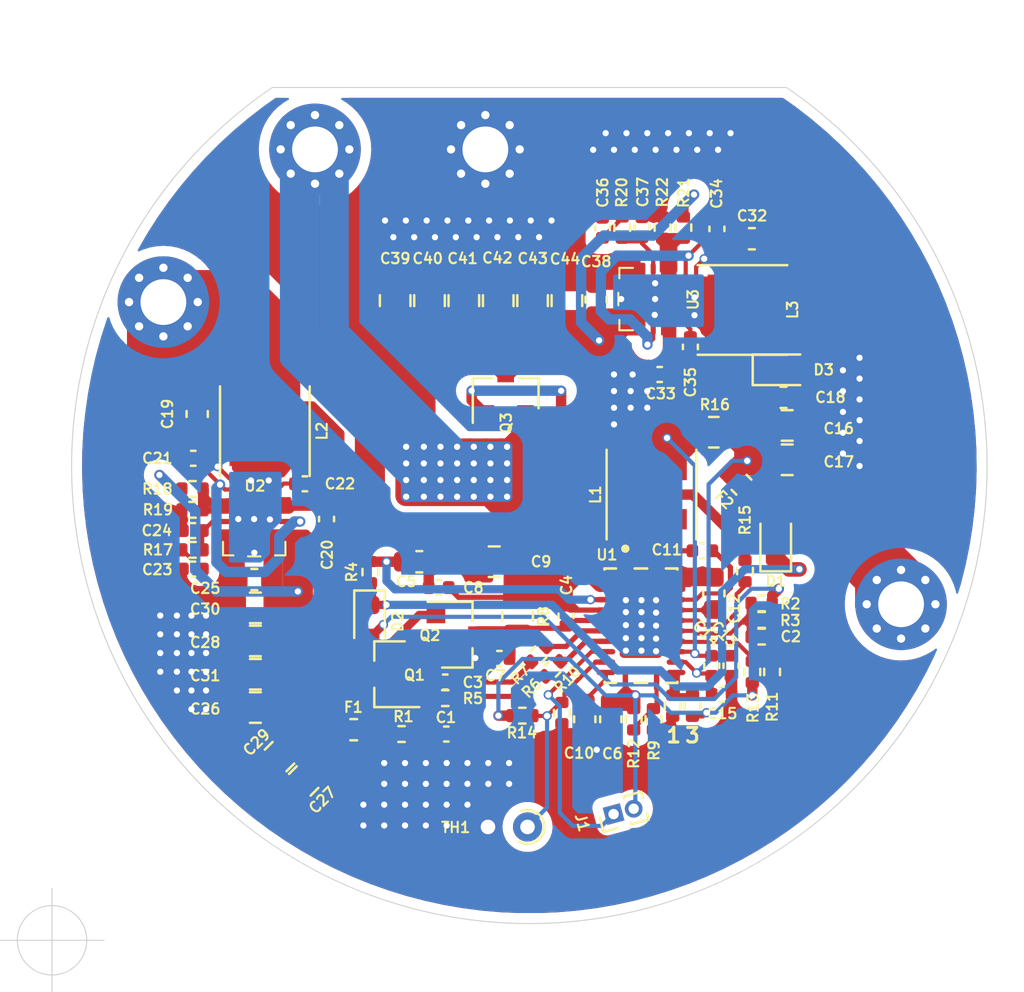
<source format=kicad_pcb>
(kicad_pcb (version 20211014) (generator pcbnew)
  (layers (0 "F.Cu" signal) (31 "B.Cu" signal) (34 "B.Paste" user) (35 "F.Paste" user) (36 "B.SilkS" user "B.Silkscreen") (37 "F.SilkS" user "F.Silkscreen") (38 "B.Mask" user) (39 "F.Mask" user) (44 "Edge.Cuts" user))
  (net 0 "")
  (net 1 "Net-(C1-Pad2)")
  (net 2 "Net-(C2-Pad2)")
  (net 3 "Net-(C3-Pad2)")
  (net 4 "Net-(C3-Pad1)")
  (net 5 "V_sys")
  (net 6 "Net-(C4-Pad1)")
  (net 7 "Net-(C5-Pad2)")
  (net 8 "BQ_Vref")
  (net 9 "GND")
  (net 10 "Net-(C10-Pad1)")
  (net 11 "Net-(C11-Pad2)")
  (net 12 "Net-(C11-Pad1)")
  (net 13 "Net-(C12-Pad1)")
  (net 14 "Net-(C13-Pad2)")
  (net 15 "Net-(D1-Pad1)")
  (net 16 "Net-(J1-Pad1)")
  (net 17 "Net-(Q3-Pad1)")
  (net 18 "Net-(R6-Pad1)")
  (net 19 "Net-(R7-Pad1)")
  (net 20 "Net-(R12-Pad1)")
  (net 21 "Net-(R10-Pad1)")
  (net 22 "Net-(R11-Pad2)")
  (net 23 "Net-(R15-Pad1)")
  (net 24 "Adapter")
  (net 25 "Net-(R_DN1-Pad2)")
  (net 26 "Charger")
  (net 27 "Net-(C21-Pad2)")
  (net 28 "Net-(C22-Pad2)")
  (net 29 "Net-(C22-Pad1)")
  (net 30 "Net-(C23-Pad2)")
  (net 31 "Net-(C24-Pad2)")
  (net 32 "Net-(R18-Pad1)")
  (net 33 "Net-(C34-Pad2)")
  (net 34 "Net-(C35-Pad2)")
  (net 35 "Net-(C35-Pad1)")
  (net 36 "Net-(C36-Pad2)")
  (net 37 "Net-(C37-Pad2)")
  (net 38 "Net-(R21-Pad1)")
  (net 39 "Net-(D2-Pad2)")
  (net 40 "V_PACK_OUT")
  (net 41 "V_PACK_BOOST")
  (net 42 "V_PACK")
  (footprint "Fuse:Fuse_0603_1608Metric" (layer "F.Cu") (at 141.736 101.176)
    (fp_text reference "F1")
    (fp_text value "3.5A")
  )
  (footprint "Capacitor_SMD:C_0402_1005Metric" (layer "F.Cu") (at 146.183524 101.384972 180)
    (fp_text reference "C1")
    (fp_text value "2.2uF")
  )
  (footprint "Resistor_SMD:R_0402_1005Metric" (layer "F.Cu") (at 161.336 96.701 180)
    (fp_text reference "C2")
    (fp_text value "330pF")
  )
  (footprint "Capacitor_SMD:C_0402_1005Metric" (layer "F.Cu") (at 146.133524 98.884973)
    (fp_text reference "C3")
    (fp_text value "47nF")
  )
  (footprint "Capacitor_SMD:C_0402_1005Metric" (layer "F.Cu") (at 151.936 95.701 90)
    (fp_text reference "C4")
    (fp_text value "0.1uF")
  )
  (footprint "Capacitor_SMD:C_0603_1608Metric" (layer "F.Cu") (at 144.886 93.101 180)
    (fp_text reference "C5")
    (fp_text value "1uF")
  )
  (footprint "Capacitor_SMD:C_0603_1608Metric" (layer "F.Cu") (at 154.086 100.676 -90)
    (fp_text reference "C6")
    (fp_text value "1uF")
  )
  (footprint "Capacitor_SMD:C_0402_1005Metric" (layer "F.Cu") (at 148.736 97.751)
    (fp_text reference "C7")
    (fp_text value "0.1uF")
  )
  (footprint "Capacitor_SMD:C_0402_1005Metric" (layer "F.Cu") (at 145.818538 94.344019)
    (fp_text reference "C8")
    (fp_text value "0.1uF")
  )
  (footprint "Capacitor_SMD:C_0805_2012Metric" (layer "F.Cu") (at 148.486 93.101)
    (fp_text reference "C9")
    (fp_text value "10uF")
  )
  (footprint "Capacitor_SMD:C_0603_1608Metric" (layer "F.Cu") (at 152.836 100.676 -90)
    (fp_text reference "C10")
    (fp_text value "0.1uF")
  )
  (footprint "Capacitor_SMD:C_0402_1005Metric" (layer "F.Cu") (at 158.486 92.576)
    (fp_text reference "C11")
    (fp_text value "0.047uF")
  )
  (footprint "Capacitor_SMD:C_0603_1608Metric" (layer "F.Cu") (at 159.036 94.626 90)
    (fp_text reference "C12")
    (fp_text value "1uF")
  )
  (footprint "Capacitor_SMD:C_0402_1005Metric" (layer "F.Cu") (at 159.861 98.101 90)
    (fp_text reference "C13")
    (fp_text value "0.1uF")
  )
  (footprint "Capacitor_SMD:C_0402_1005Metric" (layer "F.Cu") (at 158.936 98.101 90)
    (fp_text reference "C14")
    (fp_text value "0.1uF")
  )
  (footprint "Capacitor_SMD:C_0402_1005Metric" (layer "F.Cu") (at 159.411 99.476 180)
    (fp_text reference "C15")
    (fp_text value "0.1uF")
  )
  (footprint "Capacitor_SMD:C_0805_2012Metric" (layer "F.Cu") (at 162.561 86.551 180)
    (fp_text reference "C16")
    (fp_text value "10uF")
  )
  (footprint "Capacitor_SMD:C_0805_2012Metric" (layer "F.Cu") (at 162.561 88.201 180)
    (fp_text reference "C17")
    (fp_text value "10uF")
  )
  (footprint "Capacitor_SMD:C_0603_1608Metric" (layer "F.Cu") (at 162.386001 85.201 180)
    (fp_text reference "C18")
    (fp_text value "0.1uF")
  )
  (footprint "Diode_SMD:D_0603_1608Metric" (layer "F.Cu") (at 162.011 92.076 90)
    (fp_text reference "D1")
    (fp_text value "D")
  )
  (footprint "Diode_SMD:D_0603_1608Metric" (layer "F.Cu") (at 142.495136 95.970365 -90)
    (fp_text reference "D2")
    (fp_text value "D")
  )
  (footprint "Diode_SMD:D_0603_1608Metric" (layer "F.Cu") (at 162.39 83.875)
    (fp_text reference "D3")
    (fp_text value "D")
  )
  (footprint "Fuse:Fuse_0603_1608Metric" (layer "F.Cu") (at 160.365 89.4 -45)
    (fp_text reference "F2")
    (fp_text value "10A")
  )
  (footprint "Inductor_SMD:L_Coilcraft_XxL4020" (layer "F.Cu") (at 156.04 89.875 90)
    (fp_text reference "L1")
    (fp_text value "3.3uH CoilCraft 40xx")
  )
  (footprint "Package_TO_SOT_SMD:SOT-23" (layer "F.Cu") (at 143.483524 98.509973 180)
    (fp_text reference "Q1")
    (fp_text value "AO3416")
  )
  (footprint "Package_TO_SOT_SMD:SOT-23" (layer "F.Cu") (at 146.683525 96.609973)
    (fp_text reference "Q2")
    (fp_text value "AO3416")
  )
  (footprint "Package_TO_SOT_SMD:SOT-23" (layer "F.Cu") (at 149.036 85.026 90)
    (fp_text reference "Q3")
    (fp_text value "AO3415")
  )
  (footprint "Resistor_SMD:R_0402_1005Metric" (layer "F.Cu") (at 144.033525 101.384973 180)
    (fp_text reference "R1")
    (fp_text value "2R")
  )
  (footprint "Resistor_SMD:R_0402_1005Metric" (layer "F.Cu") (at 161.336 95.101)
    (fp_text reference "R2")
    (fp_text value "1M")
  )
  (footprint "Resistor_SMD:R_0402_1005Metric" (layer "F.Cu") (at 161.336 95.901 180)
    (fp_text reference "R3")
    (fp_text value "100K")
  )
  (footprint "Resistor_SMD:R_0402_1005Metric" (layer "F.Cu") (at 142.536 93.601 90)
    (fp_text reference "R4")
    (fp_text value "10R")
  )
  (footprint "Resistor_SMD:R_0402_1005Metric" (layer "F.Cu") (at 146.133524 99.659973)
    (fp_text reference "R5")
    (fp_text value "500K")
  )
  (footprint "Resistor_SMD:R_0402_1005Metric" (layer "F.Cu") (at 151.286 98.251 -135)
    (fp_text reference "R6")
    (fp_text value "4.02K")
  )
  (footprint "Resistor_SMD:R_0402_1005Metric" (layer "F.Cu") (at 150.611 97.551 -135)
    (fp_text reference "R7")
    (fp_text value "4.02K")
  )
  (footprint "Resistor_SMD:R_0805_2012Metric" (layer "F.Cu") (at 149.611 95.726 -90)
    (fp_text reference "R8")
    (fp_text value "0.01")
  )
  (footprint "Resistor_SMD:R_0402_1005Metric" (layer "F.Cu") (at 156.136 100.676 90)
    (fp_text reference "R9")
    (fp_text value "32.4K")
  )
  (footprint "Resistor_SMD:R_0402_1005Metric" (layer "F.Cu") (at 151.736 100.376 -90)
    (fp_text reference "R10")
    (fp_text value "30.1K")
  )
  (footprint "Resistor_SMD:R_0402_1005Metric" (layer "F.Cu") (at 161.836 98.401 90)
    (fp_text reference "R11")
    (fp_text value "22.1K")
  )
  (footprint "Resistor_SMD:R_0402_1005Metric" (layer "F.Cu") (at 155.186 100.676 90)
    (fp_text reference "R12")
    (fp_text value "232K")
  )
  (footprint "Resistor_SMD:R_0402_1005Metric" (layer "F.Cu") (at 160.886 98.401 90)
    (fp_text reference "R13")
    (fp_text value "100K")
  )
  (footprint "Resistor_SMD:R_0402_1005Metric" (layer "F.Cu") (at 149.836 100.501)
    (fp_text reference "R14")
    (fp_text value "5.23K")
  )
  (footprint "Resistor_SMD:R_0402_1005Metric" (layer "F.Cu") (at 160.536 93.551 90)
    (fp_text reference "R15")
    (fp_text value "1K")
  )
  (footprint "Resistor_SMD:R_0805_2012Metric" (layer "F.Cu") (at 159.036 86.876 180)
    (fp_text reference "R16")
    (fp_text value "0.01")
  )
  (footprint "Resistor_THT:R_Axial_DIN0204_L3.6mm_D1.6mm_P1.90mm_Vertical" (layer "F.Cu") (at 150.086 105.851 180)
    (fp_text reference "TH1")
    (fp_text value "MF52A 10K 3380")
  )
  (footprint "BQ24170RGYT:BQ24170RGYT" (layer "F.Cu") (at 155.536 96.176)
    (fp_text reference "U1")
    (fp_text value "BQ24170")
  )
  (footprint "MountingHole:MountingHole_2.2mm_M2_Pad_Via" (layer "F.Cu") (at 132.59 80.62)
    (fp_text reference "J4")
    (fp_text value "VIA_V_Adapter")
  )
  (footprint "MountingHole:MountingHole_2.2mm_M2_Pad_Via" (layer "F.Cu") (at 148.06 73.28)
    (fp_text reference "J3")
    (fp_text value "VIA_GND")
  )
  (footprint "Resistor_SMD:R_0402_1005Metric" (layer "F.Cu") (at 157.061 100.026 90)
    (fp_text reference "R_DN1" hide)
    (fp_text value "0")
  )
  (footprint "Resistor_SMD:R_0402_1005Metric" (layer "F.Cu") (at 158.011 100.026 90)
    (fp_text reference "R_UP1" hide)
    (fp_text value "0")
  )
  (footprint "Connector_PinHeader_1.00mm:PinHeader_1x02_P1.00mm_Vertical" (layer "F.Cu") (at 154.220074 105.234819 105)
    (fp_text reference "J1")
    (fp_text value "Btn_LED")
  )
  (footprint "Capacitor_SMD:C_0603_1608Metric" (layer "F.Cu") (at 134.215 86 90)
    (fp_text reference "C19")
    (fp_text value "10uF")
  )
  (footprint "Capacitor_SMD:C_0402_1005Metric" (layer "F.Cu") (at 140.43 91.05 90)
    (fp_text reference "C20")
    (fp_text value "0.1uF")
  )
  (footprint "Capacitor_SMD:C_0402_1005Metric" (layer "F.Cu") (at 134.025 88.13 180)
    (fp_text reference "C21")
    (fp_text value "2.2uF")
  )
  (footprint "Capacitor_SMD:C_0402_1005Metric" (layer "F.Cu") (at 139.39 89.355)
    (fp_text reference "C22")
    (fp_text value "0.1uF")
  )
  (footprint "Capacitor_SMD:C_0402_1005Metric" (layer "F.Cu") (at 134.01 93.455)
    (fp_text reference "C23")
    (fp_text value "39nF")
  )
  (footprint "Capacitor_SMD:C_0402_1005Metric" (layer "F.Cu") (at 134.01 91.605001)
    (fp_text reference "C24")
    (fp_text value "100pF")
  )
  (footprint "Capacitor_SMD:C_0603_1608Metric" (layer "F.Cu") (at 136.96 93.96)
    (fp_text reference "C25")
    (fp_text value "10uF")
  )
  (footprint "Inductor_SMD:L_Coilcraft_XxL4020" (layer "F.Cu") (at 137.465 86.825 -90)
    (fp_text reference "L2")
    (fp_text value "1.8uH CoilCraft 40xx")
  )
  (footprint "Resistor_SMD:R_0402_1005Metric" (layer "F.Cu") (at 133.99 92.53)
    (fp_text reference "R17")
    (fp_text value "47.5k")
  )
  (footprint "Resistor_SMD:R_0402_1005Metric" (layer "F.Cu") (at 133.99 89.605 180)
    (fp_text reference "R18")
    (fp_text value "1M")
  )
  (footprint "Resistor_SMD:R_0402_1005Metric" (layer "F.Cu") (at 133.99 90.605)
    (fp_text reference "R19")
    (fp_text value "48.7K")
  )
  (footprint "TPS61288:TPS61288" (layer "F.Cu") (at 136.955 91.545001)
    (fp_text reference "U2")
    (fp_text value "TPS61288")
  )
  (footprint "Capacitor_SMD:C_0603_1608Metric" (layer "F.Cu") (at 160.865 77.575)
    (fp_text reference "C32")
    (fp_text value "10uF")
  )
  (footprint "Capacitor_SMD:C_0402_1005Metric" (layer "F.Cu") (at 156.436 84.101)
    (fp_text reference "C33")
    (fp_text value "0.1uF")
  )
  (footprint "Capacitor_SMD:C_0402_1005Metric" (layer "F.Cu") (at 159.186 77.101 90)
    (fp_text reference "C34")
    (fp_text value "2.2uF")
  )
  (footprint "Capacitor_SMD:C_0402_1005Metric" (layer "F.Cu") (at 157.911 82.776 -90)
    (fp_text reference "C35")
    (fp_text value "0.1uF")
  )
  (footprint "Capacitor_SMD:C_0402_1005Metric" (layer "F.Cu") (at 153.686 77.051 -90)
    (fp_text reference "C36")
    (fp_text value "39nF")
  )
  (footprint "Capacitor_SMD:C_0402_1005Metric" (layer "F.Cu") (at 155.586 77.026 -90)
    (fp_text reference "C37")
    (fp_text value "100pF")
  )
  (footprint "Capacitor_SMD:C_0603_1608Metric" (layer "F.Cu") (at 153.378616 80.501 -90)
    (fp_text reference "C38")
    (fp_text value "10uF")
  )
  (footprint "Capacitor_SMD:C_0805_2012Metric" (layer "F.Cu") (at 143.726616 80.550999 -90)
    (fp_text reference "C39")
    (fp_text value "22uF")
  )
  (footprint "Capacitor_SMD:C_0805_2012Metric" (layer "F.Cu") (at 145.376615 80.550999 -90)
    (fp_text reference "C40")
    (fp_text value "22uF")
  )
  (footprint "Capacitor_SMD:C_0805_2012Metric" (layer "F.Cu") (at 147.026615 80.550999 -90)
    (fp_text reference "C41")
    (fp_text value "22uF")
  )
  (footprint "Capacitor_SMD:C_0805_2012Metric" (layer "F.Cu") (at 148.678615 80.550999 -90)
    (fp_text reference "C42")
    (fp_text value "22uF")
  )
  (footprint "Capacitor_SMD:C_0805_2012Metric" (layer "F.Cu") (at 150.328614 80.550999 -90)
    (fp_text reference "C43")
    (fp_text value "22uF")
  )
  (footprint "Capacitor_SMD:C_0805_2012Metric" (layer "F.Cu") (at 151.978616 80.550999 -90)
    (fp_text reference "C44")
    (fp_text value "22uF")
  )
  (footprint "Inductor_SMD:L_Coilcraft_XxL4020" (layer "F.Cu") (at 160.415 81 180)
    (fp_text reference "L3")
    (fp_text value "1.8uH CoilCraft 40xx")
  )
  (footprint "Resistor_SMD:R_0402_1005Metric" (layer "F.Cu") (at 154.636 77.041 -90)
    (fp_text reference "R20")
    (fp_text value "47.5k")
  )
  (footprint "Resistor_SMD:R_0402_1005Metric" (layer "F.Cu") (at 157.573615 77.041 90)
    (fp_text reference "R21")
    (fp_text value "1M")
  )
  (footprint "Resistor_SMD:R_0402_1005Metric" (layer "F.Cu") (at 156.573616 77.041 -90)
    (fp_text reference "R22")
    (fp_text value "48.7K")
  )
  (footprint "TPS61288:TPS61288" (layer "F.Cu") (at 155.748615 80.476001 -90)
    (fp_text reference "U3")
    (fp_text value "TPS61288")
  )
  (footprint "Capacitor_SMD:C_0805_2012Metric" (layer "F.Cu") (at 137.01 100.11)
    (fp_text reference "C26")
    (fp_text value "22uF")
  )
  (footprint "Capacitor_SMD:C_0805_2012Metric" (layer "F.Cu") (at 139.33 103.64 45)
    (fp_text reference "C27")
    (fp_text value "22uF")
  )
  (footprint "Capacitor_SMD:C_0805_2012Metric" (layer "F.Cu") (at 137.01 96.91)
    (fp_text reference "C28")
    (fp_text value "22uF")
  )
  (footprint "Capacitor_SMD:C_0805_2012Metric" (layer "F.Cu") (at 138.17 102.47 45)
    (fp_text reference "C29")
    (fp_text value "22uF")
  )
  (footprint "Capacitor_SMD:C_0805_2012Metric" (layer "F.Cu") (at 137.01 95.32)
    (fp_text reference "C30")
    (fp_text value "22uF")
  )
  (footprint "Capacitor_SMD:C_0805_2012Metric" (layer "F.Cu") (at 137.01 98.51)
    (fp_text reference "C31")
    (fp_text value "22uF")
  )
  (footprint "MountingHole:MountingHole_2.2mm_M2_Pad_Via" (layer "F.Cu") (at 168.033274 95.146726)
    (fp_text reference "J2")
    (fp_text value "VIA_V_PACK")
  )
  (footprint "MountingHole:MountingHole_2.2mm_M2_Pad_Via" (layer "F.Cu") (at 139.875 73.28)
    (fp_text reference "J5")
    (fp_text value "VIA_V_SYS")
  )
  (gr_line (start 137.827001 70.303001) (end 162.52 70.303001) (layer "Edge.Cuts") (width 0.05))
  (gr_arc (start 162.52 70.303001) (mid 150.173501 110.495229) (end 137.827001 70.303001) (layer "Edge.Cuts") (width 0.05))
  (gr_text "3" (at 158.011 101.451) (layer "F.SilkS") (effects (font (size 0.7 0.7))))
  (gr_text "1" (at 157.111 101.451) (layer "F.SilkS") (effects (font (size 0.7 0.7))))
  (target plus (at 127.24 111.3) (size 5) (width 0.05) (layer "Edge.Cuts"))
  (segment (start 145.703523 101.384973) (end 145.703524 101.384972) (width 0.8) (layer "F.Cu") (net 1))
  (segment (start 144.543525 101.384973) (end 145.703523 101.384973) (width 0.8) (layer "F.Cu") (net 1))
  (segment (start 160.711 95.126) (end 160.711 96.676) (width 0.2) (layer "F.Cu") (net 2))
  (segment (start 160.936 95.126) (end 160.936 96.676) (width 0.2) (layer "F.Cu") (net 2))
  (segment (start 160.661 95.726) (end 160.386 96.001) (width 0.2) (layer "F.Cu") (net 2))
  (segment (start 160.486 95.951) (end 160.761 96.226) (width 0.2) (layer "F.Cu") (net 2))
  (segment (start 158.111 96.426) (end 158.236 96.551) (width 0.2) (layer "F.Cu") (net 2))
  (segment (start 160.486 95.901) (end 160.926 95.901) (width 0.2) (layer "F.Cu") (net 2))
  (segment (start 160.826 95.126) (end 160.826 96.676) (width 0.2) (layer "F.Cu") (net 2))
  (segment (start 159.836 96.551) (end 160.361 96.026) (width 0.2) (layer "F.Cu") (net 2))
  (segment (start 160.361 96.026) (end 160.801 96.026) (width 0.2) (layer "F.Cu") (net 2))
  (segment (start 158.236 96.551) (end 159.836 96.551) (width 0.2) (layer "F.Cu") (net 2))
  (segment (start 157.221 96.426) (end 158.111 96.426) (width 0.2) (layer "F.Cu") (net 2))
  (segment (start 144.483525 97.809973) (end 145.683524 97.809973) (width 0.25) (layer "F.Cu") (net 3))
  (segment (start 144.458525 97.309973) (end 145.658525 97.309973) (width 0.25) (layer "F.Cu") (net 3))
  (segment (start 144.483525 97.559972) (end 145.683524 97.559972) (width 0.25) (layer "F.Cu") (net 3))
  (segment (start 149.836 98.401) (end 150.225376 98.011624) (width 0.25) (layer "F.Cu") (net 3))
  (segment (start 146.008524 97.559973) (end 145.683524 97.559972) (width 0.25) (layer "F.Cu") (net 3))
  (segment (start 146.613524 98.884973) (end 146.613524 98.164973) (width 0.25) (layer "F.Cu") (net 3))
  (segment (start 146.643524 99.659973) (end 146.643524 98.914973) (width 0.4) (layer "F.Cu") (net 3))
  (segment (start 146.643524 98.914973) (end 146.613524 98.884973) (width 0.25) (layer "F.Cu") (net 3))
  (segment (start 149.352027 98.884973) (end 149.836 98.401) (width 0.25) (layer "F.Cu") (net 3))
  (segment (start 146.613524 98.164973) (end 146.008524 97.559973) (width 0.25) (layer "F.Cu") (net 3))
  (segment (start 146.613524 98.884973) (end 149.352027 98.884973) (width 0.25) (layer "F.Cu") (net 3))
  (segment (start 144.483525 99.459972) (end 143.458524 98.434972) (width 0.4) (layer "F.Cu") (net 4))
  (segment (start 145.653524 99.629973) (end 145.623524 99.659973) (width 0.25) (layer "F.Cu") (net 4))
  (segment (start 147.9235 99.576) (end 149.761 99.576) (width 0.25) (layer "F.Cu") (net 4))
  (segment (start 145.653525 98.884973) (end 145.653524 99.629973) (width 0.4) (layer "F.Cu") (net 4))
  (segment (start 150.800376 98.536624) (end 150.850376 98.536624) (width 0.25) (layer "F.Cu") (net 4))
  (segment (start 145.623524 99.659973) (end 144.683525 99.659973) (width 0.4) (layer "F.Cu") (net 4))
  (segment (start 147.074362 100.425138) (end 147.9235 99.576) (width 0.25) (layer "F.Cu") (net 4))
  (segment (start 144.683525 99.659973) (end 144.483525 99.459972) (width 0.4) (layer "F.Cu") (net 4))
  (segment (start 145.623525 99.659973) (end 145.623525 99.913525) (width 0.25) (layer "F.Cu") (net 4))
  (segment (start 149.761 99.576) (end 150.800376 98.536624) (width 0.25) (layer "F.Cu") (net 4))
  (segment (start 143.458524 97.084973) (end 144.883524 95.659973) (width 0.4) (layer "F.Cu") (net 4))
  (segment (start 143.458524 98.434972) (end 143.458524 97.084973) (width 0.4) (layer "F.Cu") (net 4))
  (segment (start 144.883524 95.659973) (end 145.683525 95.659973) (width 0.4) (layer "F.Cu") (net 4))
  (segment (start 150.850376 98.536624) (end 150.850376 98.611624) (width 0.25) (layer "F.Cu") (net 4))
  (segment (start 145.623525 99.913525) (end 146.135138 100.425138) (width 0.25) (layer "F.Cu") (net 4))
  (segment (start 146.135138 100.425138) (end 147.074362 100.425138) (width 0.25) (layer "F.Cu") (net 4))
  (segment (start 150.850376 98.611624) (end 150.925376 98.686624) (width 0.25) (layer "F.Cu") (net 4))
  (segment (start 154.036 93.926) (end 154.036 94.426) (width 0.25) (layer "F.Cu") (net 5))
  (segment (start 154.161 93.926) (end 154.161 94.426) (width 0.25) (layer "F.Cu") (net 5))
  (segment (start 150.623501 92.101) (end 151.336 92.101) (width 0.8) (layer "F.Cu") (net 5))
  (segment (start 150.8 91.38) (end 152.175 92.755) (width 0.8) (layer "F.Cu") (net 5))
  (segment (start 149.511 92.9635) (end 149.511 94.676) (width 0.8) (layer "F.Cu") (net 5))
  (segment (start 149.411 94.051) (end 150.786 92.676) (width 0.8) (layer "F.Cu") (net 5))
  (segment (start 150.461 93.776) (end 153.161 93.776) (width 0.8) (layer "F.Cu") (net 5))
  (segment (start 150.211 93.1635) (end 150.211 94.876) (width 0.8) (layer "F.Cu") (net 5))
  (segment (start 150.611 93.1635) (end 150.611 94.876) (width 0.8) (layer "F.Cu") (net 5))
  (segment (start 151.186 93.1885) (end 151.186 94.901) (width 0.8) (layer "F.Cu") (net 5))
  (segment (start 151.861 93.376) (end 151.861 95.0885) (width 0.8) (layer "F.Cu") (net 5))
  (segment (start 152.536 94.051) (end 152.066519 94.520481) (width 0.25) (layer "F.Cu") (net 5))
  (segment (start 152.036 94.951) (end 152.505481 95.420481) (width 0.25) (layer "F.Cu") (net 5))
  (segment (start 150.69692 91.69008) (end 149.486 92.901) (width 0.8) (layer "F.Cu") (net 5))
  (segment (start 144.254 87.676) (end 144.236 87.676) (width 1) (layer "F.Cu") (net 5))
  (segment (start 144.904 87.676) (end 144.254 87.676) (width 1) (layer "F.Cu") (net 5))
  (segment (start 145.704 87.676) (end 144.904 87.676) (width 1) (layer "F.Cu") (net 5))
  (segment (start 146.504 87.676) (end 145.704 87.676) (width 1) (layer "F.Cu") (net 5))
  (segment (start 147.304 87.676) (end 146.504 87.676) (width 1) (layer "F.Cu") (net 5))
  (segment (start 148.104 87.676) (end 147.304 87.676) (width 1) (layer "F.Cu") (net 5))
  (segment (start 148.904 87.676) (end 148.104 87.676) (width 1) (layer "F.Cu") (net 5))
  (segment (start 144.236 88.344) (end 144.236 89.906) (width 1) (layer "F.Cu") (net 5))
  (segment (start 149.6 87.676) (end 148.8 87.676) (width 1) (layer "F.Cu") (net 5))
  (segment (start 150 90.58) (end 151.375 91.955) (width 0.8) (layer "F.Cu") (net 5))
  (segment (start 149.9 86.98) (end 149.334315 87.545685) (width 1) (layer "F.Cu") (net 5))
  (segment (start 149.426 90.416) (end 149.426 92.646) (width 1) (layer "F.Cu") (net 5))
  (segment (start 148.146 89.996) (end 149.35692 91.20692) (width 0.8) (layer "F.Cu") (net 5))
  (segment (start 153.851 93.926) (end 153.851 94.426) (width 0.25) (layer "F.Cu") (net 5))
  (segment (start 153.851 95.426) (end 152.141 95.426) (width 0.25) (layer "F.Cu") (net 5))
  (segment (start 149.4235 95.126) (end 149.111 94.8135) (width 0.25) (layer "F.Cu") (net 5))
  (segment (start 149.986 92.9) (end 149.986 86.525) (width 1) (layer "F.Cu") (net 5))
  (segment (start 149.6185 95.221) (end 149.211 94.8135) (width 0.2) (layer "F.Cu") (net 5))
  (segment (start 149.986 88.494) (end 149.968 88.476) (width 1) (layer "F.Cu") (net 5))
  (segment (start 149.336 93.076) (end 149.336 94.7885) (width 0.8) (layer "F.Cu") (net 5))
  (segment (start 151.861 95.201) (end 150.461 95.201) (width 0.25) (layer "F.Cu") (net 5))
  (segment (start 149.966 89.286) (end 144.266 89.286) (width 1) (layer "F.Cu") (net 5))
  (segment (start 149.968 88.476) (end 144.266 88.476) (width 1) (layer "F.Cu") (net 5))
  (segment (start 146.768019 94.8135) (end 146.298538 94.344019) (width 0.25) (layer "F.Cu") (net 5))
  (segment (start 149.986 89.266) (end 149.966 89.286) (width 1) (layer "F.Cu") (net 5))
  (segment (start 152.141 95.426) (end 151.936 95.221) (width 0.25) (layer "F.Cu") (net 5))
  (segment (start 149.511 92.801) (end 152.211 92.801) (width 0.8) (layer "F.Cu") (net 5))
  (segment (start 144.236 87.676) (end 144.236 88.344) (width 1) (layer "F.Cu") (net 5))
  (segment (start 149.211 94.8135) (end 146.768019 94.8135) (width 0.25) (layer "F.Cu") (net 5))
  (segment (start 150.536 95.221) (end 149.6185 95.221) (width 0.2) (layer "F.Cu") (net 5))
  (segment (start 152.211 92.776) (end 153.586 94.151) (width 0.8) (layer "F.Cu") (net 5))
  (segment (start 149.986 89.966) (end 149.946 89.926) (width 1) (layer "F.Cu") (net 5))
  (segment (start 149.946 89.926) (end 144.236 89.926) (width 1) (layer "F.Cu") (net 5))
  (via (at 149.104 88.376) (size 0.45) (drill 0.3) (layers "F.Cu" "B.Cu") (net 5))
  (via (at 145.904 88.376) (size 0.45) (drill 0.3) (layers "F.Cu" "B.Cu") (net 5))
  (via (at 145.104 88.376) (size 0.45) (drill 0.3) (layers "F.Cu" "B.Cu") (net 5))
  (via (at 146.704 88.376) (size 0.45) (drill 0.3) (layers "F.Cu" "B.Cu") (net 5))
  (via (at 147.504 88.376) (size 0.45) (drill 0.3) (layers "F.Cu" "B.Cu") (net 5))
  (via (at 148.304 88.376) (size 0.45) (drill 0.3) (layers "F.Cu" "B.Cu") (net 5))
  (via (at 144.254 88.376) (size 0.45) (drill 0.3) (layers "F.Cu" "B.Cu") (net 5))
  (via (at 149.104 89.176) (size 0.45) (drill 0.3) (layers "F.Cu" "B.Cu") (net 5))
  (via (at 145.904 89.176) (size 0.45) (drill 0.3) (layers "F.Cu" "B.Cu") (net 5))
  (via (at 147.504 89.176) (size 0.45) (drill 0.3) (layers "F.Cu" "B.Cu") (net 5))
  (via (at 145.104 89.176) (size 0.45) (drill 0.3) (layers "F.Cu" "B.Cu") (net 5))
  (via (at 148.304 89.176) (size 0.45) (drill 0.3) (layers "F.Cu" "B.Cu") (net 5))
  (via (at 144.254 89.176) (size 0.45) (drill 0.3) (layers "F.Cu" "B.Cu") (net 5))
  (via (at 146.704 89.176) (size 0.45) (drill 0.3) (layers "F.Cu" "B.Cu") (net 5))
  (via (at 147.504 89.976) (size 0.45) (drill 0.3) (layers "F.Cu" "B.Cu") (net 5))
  (via (at 144.254 89.976) (size 0.45) (drill 0.3) (layers "F.Cu" "B.Cu") (net 5))
  (via (at 145.904 89.976) (size 0.45) (drill 0.3) (layers "F.Cu" "B.Cu") (net 5))
  (via (at 149.104 89.976) (size 0.45) (drill 0.3) (layers "F.Cu" "B.Cu") (net 5))
  (via (at 148.304 89.976) (size 0.45) (drill 0.3) (layers "F.Cu" "B.Cu") (net 5))
  (via (at 145.104 89.976) (size 0.45) (drill 0.3) (layers "F.Cu" "B.Cu") (net 5))
  (via (at 146.704 89.976) (size 0.45) (drill 0.3) (layers "F.Cu" "B.Cu") (net 5))
  (via (at 145.104 87.576) (size 0.45) (drill 0.3) (layers "F.Cu" "B.Cu") (net 5))
  (via (at 144.254 87.576) (size 0.45) (drill 0.3) (layers "F.Cu" "B.Cu") (net 5))
  (via (at 147.504 87.576) (size 0.45) (drill 0.3) (layers "F.Cu" "B.Cu") (net 5))
  (via (at 149.104 87.576) (size 0.45) (drill 0.3) (layers "F.Cu" "B.Cu") (net 5))
  (via (at 145.904 87.576) (size 0.45) (drill 0.3) (layers "F.Cu" "B.Cu") (net 5))
  (via (at 148.304 87.576) (size 0.45) (drill 0.3) (layers "F.Cu" "B.Cu") (net 5))
  (via (at 146.704 87.576) (size 0.45) (drill 0.3) (layers "F.Cu" "B.Cu") (net 5))
  (segment (start 149.1 87.98) (end 144.25 87.98) (width 0.5) (layer "B.Cu") (net 5))
  (segment (start 149.1 88.78) (end 144.25 88.78) (width 0.5) (layer "B.Cu") (net 5))
  (segment (start 149.1 89.58) (end 144.25 89.58) (width 0.5) (layer "B.Cu") (net 5))
  (segment (start 139.896 83.076) (end 145.3 88.48) (width 0.8) (layer "B.Cu") (net 5))
  (segment (start 140.5 72.98) (end 140.5 84.322) (width 0.8) (layer "B.Cu") (net 5))
  (segment (start 139.1 72.18) (end 139.1 83.522) (width 0.8) (layer "B.Cu") (net 5))
  (segment (start 138.588 72.008) (end 138.588 83.35) (width 0.8) (layer "B.Cu") (net 5))
  (segment (start 138.6 83.38) (end 143.154 87.934) (width 0.8) (layer "B.Cu") (net 5))
  (segment (start 140.2 84.98) (end 144.754 89.534) (width 0.8) (layer "B.Cu") (net 5))
  (segment (start 140.596 82.176) (end 146 87.58) (width 0.8) (layer "B.Cu") (net 5))
  (segment (start 141.196 82.076) (end 146.6 87.48) (width 0.8) (layer "B.Cu") (net 5))
  (segment (start 149.104 88.376) (end 144.254 88.376) (width 0.5) (layer "B.Cu") (net 5))
  (segment (start 139.7 72.38) (end 139.7 83.722) (width 0.8) (layer "B.Cu") (net 5))
  (segment (start 139.7 82.172) (end 145.104 87.576) (width 0.8) (layer "B.Cu") (net 5))
  (segment (start 144.254 89.976) (end 149.104 89.976) (width 0.5) (layer "B.Cu") (net 5))
  (segment (start 144.254 89.176) (end 149.104 89.176) (width 0.5) (layer "B.Cu") (net 5))
  (segment (start 144.254 87.576) (end 149.104 87.576) (width 0.5) (layer "B.Cu") (net 5))
  (segment (start 149.104 89.976) (end 149.104 87.576) (width 0.5) (layer "B.Cu") (net 5))
  (segment (start 141.1 73.688) (end 141.1 83.38) (width 0.8) (layer "B.Cu") (net 5))
  (segment (start 139.7 83.822) (end 144.254 88.376) (width 0.8) (layer "B.Cu") (net 5))
  (segment (start 144.254 87.576) (end 144.254 89.976) (width 0.5) (layer "B.Cu") (net 5))
  (segment (start 149.036 96.6435) (end 149.036 97.776) (width 0.25) (layer "F.Cu") (net 6))
  (segment (start 149.386 96.6185) (end 149.386 97.751) (width 0.25) (layer "F.Cu") (net 6))
  (segment (start 149.366 97.656) (end 148.636 96.926) (width 0.25) (layer "F.Cu") (net 6))
  (segment (start 149.209948 96.601) (end 147.711 96.601) (width 0.8) (layer "F.Cu") (net 6))
  (segment (start 149.1985 96.651) (end 149.211 96.6385) (width 0.25) (layer "F.Cu") (net 6))
  (segment (start 149.216 97.751) (end 149.216 97.706) (width 0.25) (layer "F.Cu") (net 6))
  (segment (start 149.211 97.771) (end 149.211 97.676) (width 0.25) (layer "F.Cu") (net 6))
  (segment (start 152.191 95.926) (end 151.816 96.301) (width 0.25) (layer "F.Cu") (net 6))
  (segment (start 149.216 97.706) (end 148.486 96.976) (width 0.25) (layer "F.Cu") (net 6))
  (segment (start 153.851 95.926) (end 152.191 95.926) (width 0.25) (layer "F.Cu") (net 6))
  (segment (start 149.4485 96.301) (end 149.111 96.6385) (width 0.25) (layer "F.Cu") (net 6))
  (segment (start 149.211 96.6385) (end 149.211 97.771) (width 0.25) (layer "F.Cu") (net 6))
  (segment (start 151.816 96.301) (end 149.4485 96.301) (width 0.25) (layer "F.Cu") (net 6))
  (segment (start 148.486 96.976) (end 149.236 96.976) (width 0.25) (layer "F.Cu") (net 6))
  (segment (start 149.202484 96.647016) (end 149.211 96.6385) (width 0.25) (layer "F.Cu") (net 6))
  (segment (start 142.561 93.101) (end 144.060949 93.101) (width 0.5) (layer "F.Cu") (net 7))
  (segment (start 153.111056 94.926) (end 153.111028 94.926028) (width 0.25) (layer "F.Cu") (net 7))
  (segment (start 153.851 94.926) (end 153.111056 94.926) (width 0.25) (layer "F.Cu") (net 7))
  (via (at 153.111028 94.926028) (size 0.45) (drill 0.3) (layers "F.Cu" "B.Cu") (net 7))
  (via (at 143.311 93.101) (size 0.45) (drill 0.3) (layers "F.Cu" "B.Cu") (net 7))
  (segment (start 151.586 94.426) (end 152.086028 94.926028) (width 0.4) (layer "B.Cu") (net 7))
  (segment (start 143.311 94.026) (end 143.711 94.426) (width 0.4) (layer "B.Cu") (net 7))
  (segment (start 143.311 93.101) (end 143.311 94.026) (width 0.4) (layer "B.Cu") (net 7))
  (segment (start 152.086028 94.926028) (end 153.111028 94.926028) (width 0.4) (layer "B.Cu") (net 7))
  (segment (start 143.711 94.426) (end 151.586 94.426) (width 0.4) (layer "B.Cu") (net 7))
  (segment (start 154.786 99.276) (end 154.786 99.326) (width 0.2) (layer "F.Cu") (net 8))
  (segment (start 154.722845 99.612845) (end 155.186 100.076) (width 0.2) (layer "F.Cu") (net 8))
  (segment (start 154.306 99.826) (end 154.961 99.826) (width 0.2) (layer "F.Cu") (net 8))
  (segment (start 154.481 99.951) (end 155.136 99.951) (width 0.2) (layer "F.Cu") (net 8))
  (segment (start 154.606 100.051) (end 155.261 100.051) (width 0.2) (layer "F.Cu") (net 8))
  (segment (start 154.506 100.176) (end 155.161 100.176) (width 0.2) (layer "F.Cu") (net 8))
  (segment (start 154.631 99.651) (end 155.286 99.651) (width 0.2) (layer "F.Cu") (net 8))
  (segment (start 154.681 99.476) (end 155.336 99.476) (width 0.2) (layer "F.Cu") (net 8))
  (segment (start 154.591 99.376) (end 155.246 99.376) (width 0.2) (layer "F.Cu") (net 8))
  (segment (start 154.811 99.431) (end 154.811 98.776) (width 0.2) (layer "F.Cu") (net 8))
  (segment (start 154.761 99.176) (end 154.311 99.626) (width 0.2) (layer "F.Cu") (net 8))
  (segment (start 154.836 99.151) (end 155.286 99.601) (width 0.2) (layer "F.Cu") (net 8))
  (segment (start 155.261 99.526) (end 155.261 100.116) (width 0.5) (layer "F.Cu") (net 8))
  (segment (start 158.686 100.36) (end 158.51 100.536) (width 0.2) (layer "F.Cu") (net 8))
  (segment (start 154.786 98.861) (end 154.786 99.276) (width 0.2) (layer "F.Cu") (net 8))
  (segment (start 154.786 98.861) (end 154.786 99.516) (width 0.2) (layer "F.Cu") (net 8))
  (segment (start 154.786 99.326) (end 154.336 99.776) (width 0.2) (layer "F.Cu") (net 8))
  (segment (start 154.786 99.516) (end 155.386 100.116) (width 0.2) (layer "F.Cu") (net 8))
  (segment (start 149.301 100.501) (end 148.686 100.501) (width 0.5) (layer "F.Cu") (net 8))
  (segment (start 158.51 100.536) (end 158.011 100.536) (width 0.2) (layer "F.Cu") (net 8))
  (segment (start 160.886 98.911) (end 160.886 99.526) (width 0.5) (layer "F.Cu") (net 8))
  (via (at 158.686 100.36) (size 0.45) (drill 0.3) (layers "F.Cu" "B.Cu") (net 8))
  (via (at 155.276 99.516) (size 0.45) (drill 0.3) (layers "F.Cu" "B.Cu") (net 8))
  (via (at 160.886 99.526) (size 0.45) (drill 0.3) (layers "F.Cu" "B.Cu") (net 8))
  (via (at 148.686 100.501) (size 0.45) (drill 0.3) (layers "F.Cu" "B.Cu") (net 8))
  (segment (start 159.961 99.526) (end 160.886 99.526) (width 0.2) (layer "B.Cu") (net 8))
  (segment (start 159.127 100.36) (end 159.961 99.526) (width 0.2) (layer "B.Cu") (net 8))
  (segment (start 152.086 97.776) (end 153.836 99.526) (width 0.2) (layer "B.Cu") (net 8))
  (segment (start 158.686 100.36) (end 159.127 100.36) (width 0.2) (layer "B.Cu") (net 8))
  (segment (start 149.836 97.776) (end 152.086 97.776) (width 0.2) (layer "B.Cu") (net 8))
  (segment (start 148.686 98.926) (end 149.836 97.776) (width 0.2) (layer "B.Cu") (net 8))
  (segment (start 155.386 99.526) (end 155.266 99.646) (width 0.2) (layer "B.Cu") (net 8))
  (segment (start 148.686 100.501) (end 148.686 98.926) (width 0.2) (layer "B.Cu") (net 8))
  (segment (start 158.686 100.36) (end 156.97 100.36) (width 0.2) (layer "B.Cu") (net 8))
  (segment (start 156.136 99.526) (end 155.386 99.526) (width 0.2) (layer "B.Cu") (net 8))
  (segment (start 156.97 100.36) (end 156.136 99.526) (width 0.2) (layer "B.Cu") (net 8))
  (segment (start 155.266 104.896) (end 155.186 104.976) (width 0.2) (layer "B.Cu") (net 8))
  (segment (start 155.266 99.646) (end 155.266 104.896) (width 0.2) (layer "B.Cu") (net 8))
  (segment (start 153.836 99.526) (end 155.386 99.526) (width 0.2) (layer "B.Cu") (net 8))
  (segment (start 156.986 93.926) (end 156.986 94.426) (width 0.25) (layer "F.Cu") (net 9))
  (segment (start 156.911 93.926) (end 156.911 94.426) (width 0.25) (layer "F.Cu") (net 9))
  (segment (start 157.436 93.926) (end 157.436 94.426) (width 0.25) (layer "F.Cu") (net 9))
  (segment (start 157.536 93.926) (end 157.536 94.426) (width 0.25) (layer "F.Cu") (net 9))
  (segment (start 157.011 93.976) (end 155.991002 94.995998) (width 0.25) (layer "F.Cu") (net 9))
  (segment (start 157.036 94.151) (end 156.236 94.951) (width 0.25) (layer "F.Cu") (net 9))
  (segment (start 158.726 94.026) (end 158.111 94.026) (width 0.25) (layer "F.Cu") (net 9))
  (segment (start 158.801 94.151) (end 157.261 94.151) (width 0.25) (layer "F.Cu") (net 9))
  (segment (start 157.6735 94.1635) (end 157.5985 94.2385) (width 0.25) (layer "F.Cu") (net 9))
  (segment (start 158.111 94.026) (end 157.186 94.026) (width 0.25) (layer "F.Cu") (net 9))
  (segment (start 156.236 94.951) (end 156.016002 95.170998) (width 0.25) (layer "F.Cu") (net 9))
  (segment (start 156.880998 93.931002) (end 155.861 94.951) (width 0.25) (layer "F.Cu") (net 9))
  (segment (start 158.636 93.801) (end 158.561 93.876) (width 0.25) (layer "F.Cu") (net 9))
  (segment (start 156.436 94.719629) (end 156.436 95.851) (width 0.25) (layer "F.Cu") (net 9))
  (segment (start 135.197495 88.532505) (end 134.79499 88.13) (width 0.2) (layer "F.Cu") (net 9))
  (segment (start 136.4 92.79) (end 136.4 93.71) (width 0.2) (layer "F.Cu") (net 9))
  (segment (start 159.986 98.586) (end 159.986 99.451) (width 0.2) (layer "F.Cu") (net 9))
  (segment (start 159.711 98.611) (end 159.711 99.476) (width 0.2) (layer "F.Cu") (net 9))
  (segment (start 160.061 98.611) (end 160.061 99.476) (width 0.2) (layer "F.Cu") (net 9))
  (segment (start 135.9 91.755) (end 136.375 92.23) (width 0.2) (layer "F.Cu") (net 9))
  (segment (start 158.5735 78.5385) (end 159.186 77.926) (width 0.2) (layer "F.Cu") (net 9))
  (segment (start 153.411 79.926) (end 154.331 79.926) (width 0.2) (layer "F.Cu") (net 9))
  (segment (start 153.766 79.926) (end 154.686 79.926) (width 0.2) (layer "F.Cu") (net 9))
  (segment (start 154.885462 79.851538) (end 155.536 79.201) (width 0.2) (layer "F.Cu") (net 9))
  (segment (start 158.836 94.151) (end 158.736 94.151) (width 0.25) (layer "F.Cu") (net 9))
  (segment (start 135.877505 89.082505) (end 135.747495 89.082505) (width 0.2) (layer "F.Cu") (net 9))
  (segment (start 161.936 96.766) (end 161.846 96.676) (width 0.25) (layer "F.Cu") (net 9))
  (segment (start 163.1735 85.188501) (end 163.161001 85.201) (width 0.2) (layer "F.Cu") (net 9))
  (segment (start 158.186 79.351) (end 158.186 78.926) (width 0.2) (layer "F.Cu") (net 9))
  (segment (start 163.1735 83.601) (end 163.1735 85.188501) (width 0.8) (layer "F.Cu") (net 9))
  (segment (start 159.186 77.926) (end 159.186 77.581) (width 0.2) (layer "F.Cu") (net 9))
  (segment (start 155.536 95.445998) (end 155.536 96.176) (width 0.25) (layer "F.Cu") (net 9))
  (segment (start 148.256 97.751) (end 147.586 97.751) (width 0.25) (layer "F.Cu") (net 9))
  (segment (start 145.338538 93.423462) (end 145.338538 94.344019) (width 0.5) (layer "F.Cu") (net 9))
  (segment (start 157.221 94.426) (end 156.555998 94.426) (width 0.25) (layer "F.Cu") (net 9))
  (segment (start 135.855 91.720001) (end 135.855 91.820001) (width 0.2) (layer "F.Cu") (net 9))
  (segment (start 158.811 93.926) (end 157.271 93.926) (width 0.25) (layer "F.Cu") (net 9))
  (segment (start 135.747495 89.082505) (end 135.197495 88.532505) (width 0.2) (layer "F.Cu") (net 9))
  (segment (start 159.861 98.581) (end 159.861 99.446) (width 0.2) (layer "F.Cu") (net 9))
  (segment (start 136.705 90.345) (end 136.705 89.91) (width 0.2) (layer "F.Cu") (net 9))
  (segment (start 156.948615 80.226001) (end 157.310999 80.226001) (width 0.2) (layer "F.Cu") (net 9))
  (segment (start 136.705 89.91) (end 135.877505 89.082505) (width 0.2) (layer "F.Cu") (net 9))
  (segment (start 163.536 88.476001) (end 163.536 85.826) (width 0.8) (layer "F.Cu") (net 9))
  (segment (start 157.221 93.926) (end 157.221 94.426) (width 0.25) (layer "F.Cu") (net 9))
  (segment (start 155.956 84.101) (end 155.136 84.101) (width 0.5) (layer "F.Cu") (net 9))
  (segment (start 161.846 95.901) (end 161.846 96.676) (width 0.2) (layer "F.Cu") (net 9))
  (segment (start 163.511001 85.801001) (end 163.161002 85.451002) (width 0.8) (layer "F.Cu") (net 9))
  (segment (start 159.861 99.446) (end 159.891 99.476) (width 0.2) (layer "F.Cu") (net 9))
  (segment (start 156.555998 94.426) (end 155.536 95.445998) (width 0.25) (layer "F.Cu") (net 9))
  (segment (start 145.661 93.101) (end 145.338538 93.423462) (width 0.5) (layer "F.Cu") (net 9))
  (segment (start 135.855 91.820001) (end 136.33 92.295001) (width 0.2) (layer "F.Cu") (net 9))
  (segment (start 134.79499 88.13) (end 134.505 88.13) (width 0.2) (layer "F.Cu") (net 9))
  (segment (start 157.310999 80.226001) (end 158.186 79.351) (width 0.2) (layer "F.Cu") (net 9))
  (segment (start 158.186 78.926) (end 158.5735 78.5385) (width 0.2) (layer "F.Cu") (net 9))
  (via (at 155.561 96.776) (size 0.45) (drill 0.3) (layers "F.Cu" "B.Cu") (net 9))
  (via (at 155.561 96.151) (size 0.45) (drill 0.3) (layers "F.Cu" "B.Cu") (net 9))
  (via (at 155.561 97.376) (size 0.45) (drill 0.3) (layers "F.Cu" "B.Cu") (net 9))
  (via (at 155.561 95.526) (size 0.45) (drill 0.3) (layers "F.Cu" "B.Cu") (net 9))
  (via (at 156.261 95.551) (size 0.45) (drill 0.3) (layers "F.Cu" "B.Cu") (net 9))
  (via (at 156.261 96.801) (size 0.45) (drill 0.3) (layers "F.Cu" "B.Cu") (net 9))
  (via (at 156.261 97.401) (size 0.45) (drill 0.3) (layers "F.Cu" "B.Cu") (net 9))
  (via (at 156.261 96.176) (size 0.45) (drill 0.3) (layers "F.Cu" "B.Cu") (net 9))
  (via (at 133.24 95.69) (size 0.45) (drill 0.3) (layers "F.Cu" "B.Cu") (net 9))
  (via (at 133.94 95.69) (size 0.45) (drill 0.3) (layers "F.Cu" "B.Cu") (net 9))
  (via (at 134.64 95.69) (size 0.45) (drill 0.3) (layers "F.Cu" "B.Cu") (net 9))
  (via (at 132.44 96.59) (size 0.45) (drill 0.3) (layers "F.Cu" "B.Cu") (net 9))
  (via (at 132.44 95.69) (size 0.45) (drill 0.3) (layers "F.Cu" "B.Cu") (net 9))
  (via (at 132.44 97.49) (size 0.45) (drill 0.3) (layers "F.Cu" "B.Cu") (net 9))
  (via (at 132.44 98.39) (size 0.45) (drill 0.3) (layers "F.Cu" "B.Cu") (net 9))
  (via (at 144.2 103.78) (size 0.45) (drill 0.3) (layers "F.Cu" "B.Cu") (net 9))
  (via (at 145.2 103.78) (size 0.45) (drill 0.3) (layers "F.Cu" "B.Cu") (net 9))
  (via (at 146.2 103.78) (size 0.45) (drill 0.3) (layers "F.Cu" "B.Cu") (net 9))
  (via (at 147.2 103.78) (size 0.45) (drill 0.3) (layers "F.Cu" "B.Cu") (net 9))
  (via (at 148.2 103.78) (size 0.45) (drill 0.3) (layers "F.Cu" "B.Cu") (net 9))
  (via (at 149.2 103.78) (size 0.45) (drill 0.3) (layers "F.Cu" "B.Cu") (net 9))
  (via (at 143.2 102.78) (size 0.45) (drill 0.3) (layers "F.Cu" "B.Cu") (net 9))
  (via (at 144.2 102.78) (size 0.45) (drill 0.3) (layers "F.Cu" "B.Cu") (net 9))
  (via (at 145.2 102.78) (size 0.45) (drill 0.3) (layers "F.Cu" "B.Cu") (net 9))
  (via (at 146.2 102.78) (size 0.45) (drill 0.3) (layers "F.Cu" "B.Cu") (net 9))
  (via (at 147.2 102.78) (size 0.45) (drill 0.3) (layers "F.Cu" "B.Cu") (net 9))
  (via (at 148.2 102.78) (size 0.45) (drill 0.3) (layers "F.Cu" "B.Cu") (net 9))
  (via (at 149.2 102.78) (size 0.45) (drill 0.3) (layers "F.Cu" "B.Cu") (net 9))
  (via (at 143.2 104.78) (size 0.45) (drill 0.3) (layers "F.Cu" "B.Cu") (net 9))
  (via (at 143.2 105.78) (size 0.45) (drill 0.3) (layers "F.Cu" "B.Cu") (net 9))
  (via (at 144.2 104.78) (size 0.45) (drill 0.3) (layers "F.Cu" "B.Cu") (net 9))
  (via (at 144.2 105.78) (size 0.45) (drill 0.3) (layers "F.Cu" "B.Cu") (net 9))
  (via (at 145.2 105.78) (size 0.45) (drill 0.3) (layers "F.Cu" "B.Cu") (net 9))
  (via (at 145.2 104.78) (size 0.45) (drill 0.3) (layers "F.Cu" "B.Cu") (net 9))
  (via (at 146.2 104.78) (size 0.45) (drill 0.3) (layers "F.Cu" "B.Cu") (net 9))
  (via (at 146.2 105.78) (size 0.45) (drill 0.3) (layers "F.Cu" "B.Cu") (net 9))
  (via (at 147.2 104.78) (size 0.45) (drill 0.3) (layers "F.Cu" "B.Cu") (net 9))
  (via (at 142.2 104.78) (size 0.45) (drill 0.3) (layers "F.Cu" "B.Cu") (net 9))
  (via (at 142.2 105.78) (size 0.45) (drill 0.3) (layers "F.Cu" "B.Cu") (net 9))
  (via (at 155.04 84.9) (size 0.45) (drill 0.3) (layers "F.Cu" "B.Cu") (net 9))
  (via (at 150.24 76.7) (size 0.45) (drill 0.3) (layers "F.Cu" "B.Cu") (net 9))
  (via (at 155.136 84.101) (size 0.45) (drill 0.3) (layers "F.Cu" "B.Cu") (net 9))
  (via (at 148.64 77.5) (size 0.45) (drill 0.3) (layers "F.Cu" "B.Cu") (net 9))
  (via (at 147.576 97.731) (size 0.45) (drill 0.3) (layers "F.Cu" "B.Cu") (net 9))
  (via (at 153.411 102.141) (size 0.45) (drill 0.3) (layers "F.Cu" "B.Cu") (net 9))
  (via (at 143.2 103.78) (size 0.45) (drill 0.3) (layers "F.Cu" "B.Cu") (net 9))
  (via (at 155.84 85.7) (size 0.45) (drill 0.3) (layers "F.Cu" "B.Cu") (net 9))
  (via (at 133.94 97.49) (size 0.45) (drill 0.3) (layers "F.Cu" "B.Cu") (net 9))
  (via (at 133.24 99.29) (size 0.45) (drill 0.3) (layers "F.Cu" "B.Cu") (net 9))
  (via (at 165.24 87.9) (size 0.45) (drill 0.3) (layers "F.Cu" "B.Cu") (net 9))
  (via (at 134.64 98.39) (size 0.45) (drill 0.3) (layers "F.Cu" "B.Cu") (net 9))
  (via (at 157.84 72.5) (size 0.45) (drill 0.3) (layers "F.Cu" "B.Cu") (net 9))
  (via (at 133.94 96.59) (size 0.45) (drill 0.3) (layers "F.Cu" "B.Cu") (net 9))
  (via (at 158.5735 78.5385) (size 0.45) (drill 0.3) (layers "F.Cu" "B.Cu") (net 9))
  (via (at 145.64 77.5) (size 0.45) (drill 0.3) (layers "F.Cu" "B.Cu") (net 9))
  (via (at 153.24 73.3) (size 0.45) (drill 0.3) (layers "F.Cu" "B.Cu") (net 9))
  (via (at 154.24 86.5) (size 0.45) (drill 0.3) (layers "F.Cu" "B.Cu") (net 9))
  (via (at 154.24 84.1) (size 0.45) (drill 0.3) (layers "F.Cu" "B.Cu") (net 9))
  (via (at 154.811 97.376) (size 0.45) (drill 0.3) (layers "F.Cu" "B.Cu") (net 9))
  (via (at 159.84 72.5) (size 0.45) (drill 0.3) (layers "F.Cu" "B.Cu") (net 9))
  (via (at 133.94 98.39) (size 0.45) (drill 0.3) (layers "F.Cu" "B.Cu") (net 9))
  (via (at 134.64 97.49) (size 0.45) (drill 0.3) (layers "F.Cu" "B.Cu") (net 9))
  (via (at 156.261 94.951) (size 0.45) (drill 0.3) (layers "F.Cu" "B.Cu") (net 9))
  (via (at 135.197495 88.532505) (size 0.45) (drill 0.3) (layers "F.Cu" "B.Cu") (net 9))
  (via (at 144.64 77.5) (size 0.45) (drill 0.3) (layers "F.Cu" "B.Cu") (net 9))
  (via (at 154.24 85.7) (size 0.45) (drill 0.3) (layers "F.Cu" "B.Cu") (net 9))
  (via (at 155.84 84.9) (size 0.45) (drill 0.3) (layers "F.Cu" "B.Cu") (net 9))
  (via (at 150.64 77.5) (size 0.45) (drill 0.3) (layers "F.Cu" "B.Cu") (net 9))
  (via (at 143.64 77.5) (size 0.45) (drill 0.3) (layers "F.Cu" "B.Cu") (net 9))
  (via (at 144.24 76.7) (size 0.45) (drill 0.3) (layers "F.Cu" "B.Cu") (net 9))
  (via (at 165.24 84.9) (size 0.45) (drill 0.3) (layers "F.Cu" "B.Cu") (net 9))
  (via (at 155.24 73.3) (size 0.45) (drill 0.3) (layers "F.Cu" "B.Cu") (net 9))
  (via (at 134.64 99.29) (size 0.45) (drill 0.3) (layers "F.Cu" "B.Cu") (net 9))
  (via (at 133.24 96.59) (size 0.45) (drill 0.3) (layers "F.Cu" "B.Cu") (net 9))
  (via (at 166.04 85.3) (size 0.45) (drill 0.3) (layers "F.Cu" "B.Cu") (net 9))
  (via (at 158.84 72.5) (size 0.45) (drill 0.3) (layers "F.Cu" "B.Cu") (net 9))
  (via (at 154.24 84.9) (size 0.45) (drill 0.3) (layers "F.Cu" "B.Cu") (net 9))
  (via (at 133.24 98.39) (size 0.45) (drill 0.3) (layers "F.Cu" "B.Cu") (net 9))
  (via (at 155.04 85.7) (size 0.45) (drill 0.3) (layers "F.Cu" "B.Cu") (net 9))
  (via (at 154.811 95.526) (size 0.45) (drill 0.3) (layers "F.Cu" "B.Cu") (net 9))
  (via (at 147.24 76.7) (size 0.45) (drill 0.3) (layers "F.Cu" "B.Cu") (net 9))
  (via (at 149.64 77.5) (size 0.45) (drill 0.3) (layers "F.Cu" "B.Cu") (net 9))
  (via (at 151.24 76.7) (size 0.45) (drill 0.3) (layers "F.Cu" "B.Cu") (net 9))
  (via (at 147.64 77.5) (size 0.45) (drill 0.3) (layers "F.Cu" "B.Cu") (net 9))
  (via (at 143.24 76.7) (size 0.45) (drill 0.3) (layers "F.Cu" "B.Cu") (net 9))
  (via (at 133.94 100.19) (size 0.45) (drill 0.3) (layers "F.Cu" "B.Cu") (net 9))
  (via (at 145.24 76.7) (size 0.45) (drill 0.3) (layers "F.Cu" "B.Cu") (net 9))
  (via (at 166.04 87.3) (size 0.45) (drill 0.3) (layers "F.Cu" "B.Cu") (net 9))
  (via (at 159.24 73.3) (size 0.45) (drill 0.3) (layers "F.Cu" "B.Cu") (net 9))
  (via (at 166.04 86.3) (size 0.45) (drill 0.3) (layers "F.Cu" "B.Cu") (net 9))
  (via (at 146.24 76.7) (size 0.45) (drill 0.3) (layers "F.Cu" "B.Cu") (net 9))
  (via (at 165.24 85.9) (size 0.45) (drill 0.3) (layers "F.Cu" "B.Cu") (net 9))
  (via (at 149.24 76.7) (size 0.45) (drill 0.3) (layers "F.Cu" "B.Cu") (net 9))
  (via (at 156.84 72.5) (size 0.45) (drill 0.3) (layers "F.Cu" "B.Cu") (net 9))
  (via (at 154.811 96.776) (size 0.45) (drill 0.3) (layers "F.Cu" "B.Cu") (net 9))
  (via (at 154.24 73.3) (size 0.45) (drill 0.3) (layers "F.Cu" "B.Cu") (net 9))
  (via (at 154.811 96.151) (size 0.45) (drill 0.3) (layers "F.Cu" "B.Cu") (net 9))
  (via (at 157.24 73.3) (size 0.45) (drill 0.3) (layers "F.Cu" "B.Cu") (net 9))
  (via (at 133.94 99.29) (size 0.45) (drill 0.3) (layers "F.Cu" "B.Cu") (net 9))
  (via (at 155.561 94.951) (size 0.45) (drill 0.3) (layers "F.Cu" "B.Cu") (net 9))
  (via (at 154.84 72.5) (size 0.45) (drill 0.3) (layers "F.Cu" "B.Cu") (net 9))
  (via (at 166.04 88.5) (size 0.45) (drill 0.3) (layers "F.Cu" "B.Cu") (net 9))
  (via (at 154.811 94.951) (size 0.45) (drill 0.3) (layers "F.Cu" "B.Cu") (net 9))
  (via (at 165.24 86.9) (size 0.45) (drill 0.3) (layers "F.Cu" "B.Cu") (net 9))
  (via (at 166.04 84.3) (size 0.45) (drill 0.3) (layers "F.Cu" "B.Cu") (net 9))
  (via (at 148.24 76.7) (size 0.45) (drill 0.3) (layers "F.Cu" "B.Cu") (net 9))
  (via (at 155.84 72.5) (size 0.45) (drill 0.3) (layers "F.Cu" "B.Cu") (net 9))
  (via (at 158.24 73.3) (size 0.45) (drill 0.3) (layers "F.Cu" "B.Cu") (net 9))
  (via (at 146.64 77.5) (size 0.45) (drill 0.3) (layers "F.Cu" "B.Cu") (net 9))
  (via (at 166.04 83.3) (size 0.45) (drill 0.3) (layers "F.Cu" "B.Cu") (net 9))
  (via (at 133.24 97.49) (size 0.45) (drill 0.3) (layers "F.Cu" "B.Cu") (net 9))
  (via (at 134.64 100.19) (size 0.45) (drill 0.3) (layers "F.Cu" "B.Cu") (net 9))
  (via (at 134.64 96.59) (size 0.45) (drill 0.3) (layers "F.Cu" "B.Cu") (net 9))
  (via (at 153.84 72.5) (size 0.45) (drill 0.3) (layers "F.Cu" "B.Cu") (net 9))
  (via (at 156.24 73.3) (size 0.45) (drill 0.3) (layers "F.Cu" "B.Cu") (net 9))
  (via (at 165.24 83.9) (size 0.45) (drill 0.3) (layers "F.Cu" "B.Cu") (net 9))
  (segment (start 153.851 98.761) (end 152.986 99.626) (width 0.2) (layer "F.Cu") (net 10))
  (segment (start 152.986 99.626) (end 152.986 100.051) (width 0.2) (layer "F.Cu") (net 10))
  (segment (start 153.851 98.426) (end 153.851 98.761) (width 0.2) (layer "F.Cu") (net 10))
  (segment (start 158.186 94.926) (end 157.221 94.926) (width 0.2) (layer "F.Cu") (net 11))
  (segment (start 158.486 94.626) (end 158.186 94.926) (width 0.2) (layer "F.Cu") (net 11))
  (segment (start 159.586 94.626) (end 158.486 94.626) (width 0.2) (layer "F.Cu") (net 11))
  (segment (start 159.036 92.576) (end 159.836 93.376) (width 0.25) (layer "F.Cu") (net 11))
  (segment (start 159.836 94.351) (end 159.836 94.376) (width 0.2) (layer "F.Cu") (net 11))
  (segment (start 159.836 93.376) (end 159.836 94.351) (width 0.25) (layer "F.Cu") (net 11))
  (segment (start 158.966 92.576) (end 159.036 92.576) (width 0.25) (layer "F.Cu") (net 11))
  (segment (start 159.836 94.376) (end 159.586 94.626) (width 0.2) (layer "F.Cu") (net 11))
  (segment (start 154.786 93.326) (end 156.286 93.326) (width 0.25) (layer "F.Cu") (net 12))
  (segment (start 154.786 93.176) (end 156.286 93.176) (width 0.25) (layer "F.Cu") (net 12))
  (segment (start 154.786 93.701) (end 156.286 93.701) (width 0.25) (layer "F.Cu") (net 12))
  (segment (start 154.786 93.801) (end 156.286 93.801) (width 0.25) (layer "F.Cu") (net 12))
  (segment (start 154.786 92.976) (end 156.286 92.976) (width 0.25) (layer "F.Cu") (net 12))
  (segment (start 154.811 92.751) (end 156.311 92.751) (width 0.25) (layer "F.Cu") (net 12))
  (segment (start 154.786 92.501) (end 156.286 92.501) (width 0.25) (layer "F.Cu") (net 12))
  (segment (start 154.786 92.301) (end 156.286 92.301) (width 0.25) (layer "F.Cu") (net 12))
  (segment (start 154.786 92.126) (end 156.286 92.126) (width 0.25) (layer "F.Cu") (net 12))
  (segment (start 154.786 92.001) (end 156.286 92.001) (width 0.25) (layer "F.Cu") (net 12))
  (segment (start 156.286 92.301) (end 156.561 92.576) (width 0.25) (layer "F.Cu") (net 12))
  (segment (start 156.286 92.076) (end 156.286 93.051) (width 0.25) (layer "F.Cu") (net 12))
  (segment (start 156.286 91.426) (end 156.286 92.401) (width 0.25) (layer "F.Cu") (net 12))
  (segment (start 154.786 91.401) (end 154.786 92.376) (width 0.25) (layer "F.Cu") (net 12))
  (segment (start 154.786 91.851) (end 156.286 91.851) (width 0.25) (layer "F.Cu") (net 12))
  (segment (start 154.786 91.676) (end 156.286 91.676) (width 0.25) (layer "F.Cu") (net 12))
  (segment (start 154.786 91.551) (end 156.286 91.551) (width 0.25) (layer "F.Cu") (net 12))
  (segment (start 154.511 91.426) (end 154.786 91.701) (width 0.25) (layer "F.Cu") (net 12))
  (segment (start 156.286 91.676) (end 156.561 91.401) (width 0.25) (layer "F.Cu") (net 12))
  (segment (start 156.286 92.851) (end 156.286 93.491) (width 0.25) (layer "F.Cu") (net 12))
  (segment (start 156.561 92.576) (end 156.286 92.851) (width 0.25) (layer "F.Cu") (net 12))
  (segment (start 154.786 93.491) (end 156.286 93.491) (width 0.25) (layer "F.Cu") (net 12))
  (segment (start 158.006 92.576) (end 156.561 92.576) (width 0.25) (layer "F.Cu") (net 12))
  (segment (start 154.786 93.491) (end 154.786 92.001) (width 0.25) (layer "F.Cu") (net 12))
  (segment (start 158.736 95.701) (end 158.461 95.426) (width 0.2) (layer "F.Cu") (net 13))
  (segment (start 158.786 95.101) (end 158.511 95.376) (width 0.2) (layer "F.Cu") (net 13))
  (segment (start 158.836 95.701) (end 158.561 95.426) (width 0.2) (layer "F.Cu") (net 13))
  (segment (start 158.686 95.426) (end 157.346 95.426) (width 0.2) (layer "F.Cu") (net 13))
  (segment (start 155.565 88.275) (end 157.09 86.75) (width 1) (layer "F.Cu") (net 14))
  (segment (start 156.615 88.3) (end 158.14 86.775) (width 1) (layer "F.Cu") (net 14))
  (segment (start 156.615 88.625) (end 158.14 87.1) (width 1) (layer "F.Cu") (net 14))
  (segment (start 158.231 97.621) (end 158.126001 97.516001) (width 0.2) (layer "F.Cu") (net 14))
  (segment (start 157.221 97.426) (end 158.036 97.426) (width 0.2) (layer "F.Cu") (net 14))
  (segment (start 159.861 97.621) (end 158.231 97.621) (width 0.2) (layer "F.Cu") (net 14))
  (segment (start 154.84 88.2) (end 156.365 86.675) (width 1) (layer "F.Cu") (net 14))
  (segment (start 158.036 97.426) (end 158.126001 97.516001) (width 0.2) (layer "F.Cu") (net 14))
  (segment (start 156.365 86.675) (end 158.13 86.675) (width 1) (layer "F.Cu") (net 14))
  (via (at 158.126001 97.516001) (size 0.45) (drill 0.3) (layers "F.Cu" "B.Cu") (net 14))
  (via (at 156.79 87.15) (size 0.45) (drill 0.3) (layers "F.Cu" "B.Cu") (net 14))
  (segment (start 158.126001 88.486001) (end 156.79 87.15) (width 0.2) (layer "B.Cu") (net 14))
  (segment (start 158.126001 97.516001) (end 158.126001 88.486001) (width 0.2) (layer "B.Cu") (net 14))
  (segment (start 142.300682 94.326342) (end 142.300682 95.162662) (width 0.25) (layer "F.Cu") (net 15))
  (segment (start 142.68959 94.326342) (end 142.68959 95.162662) (width 0.25) (layer "F.Cu") (net 15))
  (segment (start 142.512814 94.341366) (end 142.495136 94.359044) (width 0.25) (layer "F.Cu") (net 15))
  (segment (start 142.646 95.176) (end 143.311 95.176) (width 0.4) (layer "F.Cu") (net 15))
  (segment (start 142.530491 94.323689) (end 142.512814 94.341366) (width 0.25) (layer "F.Cu") (net 15))
  (segment (start 142.495136 94.323689) (end 142.515467 94.344019) (width 0.2) (layer "F.Cu") (net 15))
  (segment (start 162.0506 92.8656) (end 162.655 93.47) (width 0.7) (layer "F.Cu") (net 15))
  (segment (start 142.495136 94.359044) (end 142.495136 95.195365) (width 0.25) (layer "F.Cu") (net 15))
  (segment (start 142.495136 95.195365) (end 142.497953 95.192548) (width 0.25) (layer "F.Cu") (net 15))
  (segment (start 162.655 93.47) (end 163.15 93.47) (width 0.7) (layer "F.Cu") (net 15))
  (via (at 163.15 93.46) (size 0.45) (drill 0.3) (layers "F.Cu" "B.Cu") (net 15))
  (via (at 143.311 95.176) (size 0.45) (drill 0.3) (layers "F.Cu" "B.Cu") (net 15))
  (segment (start 154.411 98.326) (end 151.261 95.176) (width 0.4) (layer "B.Cu") (net 15))
  (segment (start 163.15 93.46) (end 160.527 93.46) (width 0.4) (layer "B.Cu") (net 15))
  (segment (start 159.436 98.401) (end 158.736 99.101) (width 0.4) (layer "B.Cu") (net 15))
  (segment (start 159.436 94.551) (end 159.436 98.401) (width 0.4) (layer "B.Cu") (net 15))
  (segment (start 151.261 95.176) (end 143.311 95.176) (width 0.4) (layer "B.Cu") (net 15))
  (segment (start 160.527 93.46) (end 159.436 94.551) (width 0.4) (layer "B.Cu") (net 15))
  (segment (start 157.236 99.101) (end 156.461 98.326) (width 0.4) (layer "B.Cu") (net 15))
  (segment (start 158.736 99.101) (end 157.236 99.101) (width 0.4) (layer "B.Cu") (net 15))
  (segment (start 156.461 98.326) (end 154.411 98.326) (width 0.4) (layer "B.Cu") (net 15))
  (segment (start 153.16099 97.426) (end 151.086 99.50099) (width 0.2) (layer "F.Cu") (net 16))
  (segment (start 153.851 97.426) (end 153.16099 97.426) (width 0.2) (layer "F.Cu") (net 16))
  (via (at 151.086 99.50099) (size 0.45) (drill 0.3) (layers "F.Cu" "B.Cu") (net 16))
  (segment (start 152.261 105.801) (end 153.653893 105.801) (width 0.2) (layer "B.Cu") (net 16))
  (segment (start 151.636 105.176) (end 152.261 105.801) (width 0.2) (layer "B.Cu") (net 16))
  (segment (start 151.636 100.05099) (end 151.636 105.176) (width 0.2) (layer "B.Cu") (net 16))
  (segment (start 151.086 99.50099) (end 151.636 100.05099) (width 0.2) (layer "B.Cu") (net 16))
  (segment (start 153.653893 105.801) (end 154.220074 105.234819) (width 0.2) (layer "B.Cu") (net 16))
  (segment (start 160.536 93.041) (end 160.536 92.371) (width 0.5) (layer "F.Cu") (net 17))
  (segment (start 160.536 92.371) (end 158.04 89.875) (width 0.5) (layer "F.Cu") (net 17))
  (segment (start 158.04 89.875) (end 153.395 89.875) (width 0.5) (layer "F.Cu") (net 17))
  (segment (start 147.4 85.34) (end 148.086 86.026) (width 0.5) (layer "F.Cu") (net 17))
  (segment (start 147.4 84.88) (end 147.4 85.34) (width 0.5) (layer "F.Cu") (net 17))
  (segment (start 151.7 88.18) (end 151.7 84.884998) (width 0.5) (layer "F.Cu") (net 17))
  (segment (start 153.395 89.875) (end 151.7 88.18) (width 0.5) (layer "F.Cu") (net 17))
  (via (at 147.4 84.88) (size 0.45) (drill 0.3) (layers "F.Cu" "B.Cu") (net 17))
  (via (at 151.7 84.884998) (size 0.45) (drill 0.3) (layers "F.Cu" "B.Cu") (net 17))
  (segment (start 151.7 84.88) (end 147.4 84.88) (width 0.5) (layer "B.Cu") (net 17))
  (segment (start 152.021624 97.790376) (end 151.646624 97.790376) (width 0.25) (layer "F.Cu") (net 18))
  (segment (start 152.886 96.926) (end 152.021624 97.790376) (width 0.25) (layer "F.Cu") (net 18))
  (segment (start 153.851 96.926) (end 152.886 96.926) (width 0.25) (layer "F.Cu") (net 18))
  (segment (start 153.851 96.426) (end 152.686 96.426) (width 0.25) (layer "F.Cu") (net 19))
  (segment (start 151.011 97.176) (end 150.996624 97.190376) (width 0.25) (layer "F.Cu") (net 19))
  (segment (start 152.686 96.426) (end 151.936 97.176) (width 0.25) (layer "F.Cu") (net 19))
  (segment (start 151.936 97.176) (end 151.011 97.176) (width 0.25) (layer "F.Cu") (net 19))
  (segment (start 156.286 99.576) (end 156.286 100.091) (width 0.2) (layer "F.Cu") (net 20))
  (segment (start 156.286 98.861) (end 156.286 99.576) (width 0.2) (layer "F.Cu") (net 20))
  (segment (start 155.186 101.116) (end 156.136 100.166) (width 0.2) (layer "F.Cu") (net 20))
  (segment (start 155.186 101.186) (end 155.186 101.116) (width 0.2) (layer "F.Cu") (net 20))
  (segment (start 153.361 97.926) (end 151.861 99.426) (width 0.2) (layer "F.Cu") (net 21))
  (segment (start 151.861 99.426) (end 151.861 99.866) (width 0.2) (layer "F.Cu") (net 21))
  (segment (start 150.3585 100.5135) (end 150.346 100.501) (width 0.2) (layer "F.Cu") (net 21))
  (segment (start 153.851 97.926) (end 153.361 97.926) (width 0.25) (layer "F.Cu") (net 21))
  (segment (start 151.671 99.866) (end 151.0235 100.5135) (width 0.2) (layer "F.Cu") (net 21))
  (segment (start 151.0235 100.5135) (end 150.3585 100.5135) (width 0.2) (layer "F.Cu") (net 21))
  (via (at 151.0235 100.5135) (size 0.45) (drill 0.3) (layers "F.Cu" "B.Cu") (net 21))
  (segment (start 151.0235 104.9135) (end 150.086 105.851) (width 0.2) (layer "B.Cu") (net 21))
  (segment (start 151.0235 100.5135) (end 151.0235 104.9135) (width 0.2) (layer "B.Cu") (net 21))
  (segment (start 157.221 96.926) (end 157.251 96.956) (width 0.2) (layer "F.Cu") (net 22))
  (segment (start 157.251 96.956) (end 160.116 96.956) (width 0.2) (layer "F.Cu") (net 22))
  (segment (start 160.116 96.956) (end 161.086 97.926) (width 0.2) (layer "F.Cu") (net 22))
  (segment (start 160.886 97.941) (end 161.836 97.941) (width 0.25) (layer "F.Cu") (net 22))
  (segment (start 161.086 97.926) (end 161.086 97.931) (width 0.2) (layer "F.Cu") (net 22))
  (segment (start 160.136 95.526) (end 160.136 94.651) (width 0.2) (layer "F.Cu") (net 23))
  (segment (start 157.221 95.926) (end 158.261 95.926) (width 0.2) (layer "F.Cu") (net 23))
  (segment (start 158.261 95.926) (end 158.461 96.126) (width 0.2) (layer "F.Cu") (net 23))
  (segment (start 159.536 96.126) (end 160.136 95.526) (width 0.2) (layer "F.Cu") (net 23))
  (segment (start 160.536 94.251) (end 160.536 94.061) (width 0.2) (layer "F.Cu") (net 23))
  (segment (start 160.136 94.651) (end 160.536 94.251) (width 0.2) (layer "F.Cu") (net 23))
  (segment (start 158.461 96.126) (end 159.536 96.126) (width 0.2) (layer "F.Cu") (net 23))
  (segment (start 138.2 90.095) (end 138.64 90.095) (width 0.2) (layer "F.Cu") (net 24))
  (segment (start 138.2 90.245) (end 138.64 90.245) (width 0.2) (layer "F.Cu") (net 24))
  (segment (start 138.2 90.555) (end 138.64 90.555) (width 0.2) (layer "F.Cu") (net 24))
  (segment (start 138.64 90.535) (end 138.64 90.095) (width 0.2) (layer "F.Cu") (net 24))
  (segment (start 133.12 79.2) (end 137.225 83.305) (width 0.8) (layer "F.Cu") (net 24))
  (segment (start 132.52 79.4) (end 136.625 83.505) (width 0.8) (layer "F.Cu") (net 24))
  (segment (start 131.82 79.8) (end 135.925 83.905) (width 0.8) (layer "F.Cu") (net 24))
  (segment (start 131.57 80.05) (end 135.675 84.155) (width 0.8) (layer "F.Cu") (net 24))
  (segment (start 132.175 79.48) (end 136.57 79.48) (width 0.8) (layer "F.Cu") (net 24))
  (segment (start 131.24 85.325) (end 131.24 81.648045) (width 0.8) (layer "F.Cu") (net 24))
  (segment (start 131.575 83.78) (end 131.575 80.103045) (width 0.8) (layer "F.Cu") (net 24))
  (segment (start 132.05 83.78) (end 132.05 80.103045) (width 0.8) (layer "F.Cu") (net 24))
  (segment (start 132.625 83.78) (end 132.625 80.103045) (width 0.8) (layer "F.Cu") (net 24))
  (segment (start 135.345 79.955) (end 137.64 82.25) (width 0.8) (layer "F.Cu") (net 24))
  (segment (start 135.165 84) (end 136.65 85.485) (width 0.8) (layer "F.Cu") (net 24))
  (segment (start 134.565 84.15) (end 136.05 85.635) (width 0.8) (layer "F.Cu") (net 24))
  (segment (start 136.165 83.9) (end 137.65 85.385) (width 0.8) (layer "F.Cu") (net 24))
  (segment (start 136.64 83.6) (end 138.125 85.085) (width 0.8) (layer "F.Cu") (net 24))
  (segment (start 132.165 83.65) (end 134.265107 83.65) (width 0.8) (layer "F.Cu") (net 24))
  (segment (start 131.263045 84.725) (end 134.94 84.725) (width 0.8) (layer "F.Cu") (net 24))
  (segment (start 131.638045 85.2) (end 135.315 85.2) (width 0.8) (layer "F.Cu") (net 24))
  (segment (start 132.54 85.325) (end 136.216955 85.325) (width 0.8) (layer "F.Cu") (net 24))
  (segment (start 131.34 85.35) (end 135.016955 85.35) (width 0.8) (layer "F.Cu") (net 24))
  (segment (start 132.275 79.73) (end 134.32 79.73) (width 0.8) (layer "F.Cu") (net 24))
  (segment (start 141.04 86.95) (end 139.73 85.64) (width 0.5) (layer "F.Cu") (net 24))
  (segment (start 140.6 90.405) (end 141.04 89.965) (width 0.5) (layer "F.Cu") (net 24))
  (segment (start 131.4 80.63) (end 134.15 83.38) (width 0.8) (layer "F.Cu") (net 24))
  (segment (start 134.32 79.73) (end 138.425 83.835) (width 0.8) (layer "F.Cu") (net 24))
  (segment (start 138.42 83.83) (end 138.425 83.835) (width 0.8) (layer "F.Cu") (net 24))
  (segment (start 131.833045 84.155) (end 134.916955 84.155) (width 0.8) (layer "F.Cu") (net 24))
  (segment (start 135.98 84.155) (end 137.465 85.64) (width 0.8) (layer "F.Cu") (net 24))
  (segment (start 134.025 83.83) (end 138.42 83.83) (width 0.8) (layer "F.Cu") (net 24))
  (segment (start 139.73 85.64) (end 137.465 85.64) (width 0.5) (layer "F.Cu") (net 24))
  (segment (start 138.04 81.895) (end 138.04 85.1) (width 0.8) (layer "F.Cu") (net 24))
  (segment (start 138.64 90.535) (end 138.77 90.405) (width 0.5) (layer "F.Cu") (net 24))
  (segment (start 138.765 81.645) (end 138.765 85.125) (width 0.8) (layer "F.Cu") (net 24))
  (segment (start 131.25 81.28) (end 133.85 83.88) (width 0.8) (layer "F.Cu") (net 24))
  (segment (start 131.263045 84.725) (end 131.833045 84.155) (width 0.8) (layer "F.Cu") (net 24))
  (segment (start 138.19 90.42) (end 138.63 90.42) (width 0.2) (layer "F.Cu") (net 24))
  (segment (start 138.77 90.405) (end 140.6 90.405) (width 0.5) (layer "F.Cu") (net 24))
  (segment (start 135.745 79.6) (end 138.04 81.895) (width 0.8) (layer "F.Cu") (net 24))
  (segment (start 132.548045 84.155) (end 135.98 84.155) (width 0.8) (layer "F.Cu") (net 24))
  (segment (start 136.62 79.5) (end 138.765 81.645) (width 0.8) (layer "F.Cu") (net 24))
  (segment (start 141.04 89.965) (end 141.04 86.95) (width 0.5) (layer "F.Cu") (net 24))
  (segment (start 157.436 98.426) (end 157.161 98.701) (width 0.2) (layer "F.Cu") (net 25))
  (segment (start 156.861 98.426) (end 157.136 98.701) (width 0.2) (layer "F.Cu") (net 25))
  (segment (start 157.306 98.511) (end 157.221 98.426) (width 0.2) (layer "F.Cu") (net 25))
  (segment (start 157.061 99.516) (end 158.011 99.516) (width 0.2) (layer "F.Cu") (net 25))
  (segment (start 157.156 99.441) (end 157.156 98.576) (width 0.5) (layer "F.Cu") (net 25))
  (segment (start 137.65 98.802501) (end 137.65 101.59) (width 0.5) (layer "F.Cu") (net 26))
  (segment (start 138.08 98.812501) (end 138.08 101.6) (width 0.5) (layer "F.Cu") (net 26))
  (segment (start 138.45 99.252501) (end 138.45 102.04) (width 0.5) (layer "F.Cu") (net 26))
  (segment (start 138.76 99.452501) (end 138.76 102.24) (width 0.5) (layer "F.Cu") (net 26))
  (segment (start 139.04 99.812501) (end 139.04 102.6) (width 0.5) (layer "F.Cu") (net 26))
  (segment (start 139.53 98.782501) (end 139.53 101.57) (width 0.5) (layer "F.Cu") (net 26))
  (segment (start 139.08 97.282501) (end 139.08 100.07) (width 0.5) (layer "F.Cu") (net 26))
  (segment (start 138.075 91.88) (end 138.075 96.609999) (width 0.5) (layer "F.Cu") (net 26))
  (segment (start 138.575 91.875001) (end 138.575 96.605) (width 0.5) (layer "F.Cu") (net 26))
  (segment (start 139.05 91.88) (end 139.05 92.155) (width 0.5) (layer "F.Cu") (net 26))
  (segment (start 139.525 91.905) (end 139.525 96.634999) (width 0.5) (layer "F.Cu") (net 26))
  (segment (start 138.15 96.58) (end 138.15 99.367499) (width 0.5) (layer "F.Cu") (net 26))
  (segment (start 138.625 96.58) (end 138.625 99.367499) (width 0.5) (layer "F.Cu") (net 26))
  (segment (start 139.05 96.58) (end 139.05 96.905) (width 0.5) (layer "F.Cu") (net 26))
  (segment (start 139.525 96.58) (end 139.525 99.367499) (width 0.5) (layer "F.Cu") (net 26))
  (segment (start 139.05 93.33) (end 139.05 93.93) (width 0.5) (layer "F.Cu") (net 26))
  (segment (start 139.05 93.93) (end 139.05 94.53) (width 0.5) (layer "F.Cu") (net 26))
  (segment (start 139.05 94.53) (end 139.05 95.105) (width 0.5) (layer "F.Cu") (net 26))
  (segment (start 139.05 95.105) (end 139.05 95.705) (width 0.5) (layer "F.Cu") (net 26))
  (segment (start 139.05 95.705) (end 139.05 96.305) (width 0.5) (layer "F.Cu") (net 26))
  (segment (start 139.05 96.305) (end 139.05 96.609999) (width 0.5) (layer "F.Cu") (net 26))
  (segment (start 139.05 96.905) (end 139.05 97.53) (width 0.5) (layer "F.Cu") (net 26))
  (segment (start 139.05 97.53) (end 139.05 98.13) (width 0.5) (layer "F.Cu") (net 26))
  (segment (start 139.05 98.13) (end 139.05 98.73) (width 0.5) (layer "F.Cu") (net 26))
  (segment (start 138.95 100.73) (end 138.95 101.355) (width 0.5) (layer "F.Cu") (net 26))
  (segment (start 138.95 101.355) (end 138.95 101.367499) (width 0.5) (layer "F.Cu") (net 26))
  (segment (start 139.05 92.755) (end 139.05 93.33) (width 0.5) (layer "F.Cu") (net 26))
  (segment (start 139.05 92.155) (end 139.05 92.755) (width 0.5) (layer "F.Cu") (net 26))
  (segment (start 137.658249 101.608249) (end 139.7 103.65) (width 0.5) (layer "F.Cu") (net 26))
  (segment (start 138.278249 101.308249) (end 140.32 103.35) (width 0.5) (layer "F.Cu") (net 26))
  (segment (start 138.548249 101.028249) (end 140.59 103.07) (width 0.5) (layer "F.Cu") (net 26))
  (segment (start 138.778249 100.778249) (end 140.82 102.82) (width 0.5) (layer "F.Cu") (net 26))
  (segment (start 137.818249 101.778249) (end 139.86 103.82) (width 0.5) (layer "F.Cu") (net 26))
  (segment (start 138.221528 101.176) (end 141.109 101.176) (width 0.5) (layer "F.Cu") (net 26))
  (segment (start 138.231528 100.896) (end 141.119 100.896) (width 0.5) (layer "F.Cu") (net 26))
  (segment (start 138.231528 101.126) (end 141.119 101.126) (width 0.5) (layer "F.Cu") (net 26))
  (segment (start 138.231528 101.446) (end 141.119 101.446) (width 0.5) (layer "F.Cu") (net 26))
  (segment (start 140.240751 101.177751) (end 138.199 99.136) (width 0.5) (layer "F.Cu") (net 26))
  (segment (start 140.709 100.976) (end 138.667249 98.934249) (width 0.5) (layer "F.Cu") (net 26))
  (segment (start 139.92 99.77) (end 139.92 102.657472) (width 0.5) (layer "F.Cu") (net 26))
  (segment (start 140.427 100.265528) (end 140.427 103.153) (width 0.5) (layer "F.Cu") (net 26))
  (segment (start 141.029 100.966) (end 138.987249 98.924249) (width 0.5) (layer "F.Cu") (net 26))
  (segment (start 141.119 100.906) (end 139.077249 98.864249) (width 0.5) (layer "F.Cu") (net 26))
  (segment (start 141.12 101.296655) (end 141.12 102.48) (width 0.5) (layer "F.Cu") (net 26))
  (segment (start 140.283249 103.386751) (end 141.12 102.55) (width 0.5) (layer "F.Cu") (net 26))
  (segment (start 133.075 89.605) (end 132.4 88.93) (width 0.5) (layer "F.Cu") (net 26))
  (segment (start 137.65 91.88) (end 137.65 96.609999) (width 0.5) (layer "F.Cu") (net 26))
  (segment (start 139.86 103.82) (end 140.831751 102.848249) (width 0.5) (layer "F.Cu") (net 26))
  (segment (start 133.48 89.605) (end 133.075 89.605) (width 0.5) (layer "F.Cu") (net 26))
  (segment (start 139.425 91.805) (end 139.525 91.905) (width 0.5) (layer "F.Cu") (net 26))
  (segment (start 137.96 100.926498) (end 140.001751 102.968249) (width 0.5) (layer "F.Cu") (net 26))
  (segment (start 137.925 91.805) (end 139.425 91.805) (width 0.5) (layer "F.Cu") (net 26))
  (segment (start 140.82 102.86) (end 140.82 102.82) (width 0.5) (layer "F.Cu") (net 26))
  (segment (start 137.65 96.58) (end 137.65 99.367499) (width 0.5) (layer "F.Cu") (net 26))
  (segment (start 140.829 102.829345) (end 140.829 101.646) (width 0.5) (layer "F.Cu") (net 26))
  (segment (start 137.96 100.11) (end 137.96 100.926498) (width 0.5) (layer "F.Cu") (net 26))
  (via (at 132.4 88.93) (size 0.45) (drill 0.3) (layers "F.Cu" "B.Cu") (net 26))
  (via (at 139.05 94.53) (size 0.45) (drill 0.3) (layers "F.Cu" "B.Cu") (net 26))
  (segment (start 135.14 94.53) (end 139.05 94.53) (width 0.5) (layer "B.Cu") (net 26))
  (segment (start 134.12 93.51) (end 135.14 94.53) (width 0.5) (layer "B.Cu") (net 26))
  (segment (start 132.4 88.93) (end 134.12 90.65) (width 0.5) (layer "B.Cu") (net 26))
  (segment (start 134.12 90.65) (end 134.12 93.51) (width 0.5) (layer "B.Cu") (net 26))
  (segment (start 135.3125 89.3925) (end 134.75 88.83) (width 0.2) (layer "F.Cu") (net 27))
  (segment (start 134.75 88.83) (end 133.925 88.83) (width 0.2) (layer "F.Cu") (net 27))
  (segment (start 136.205 90.035) (end 135.8 89.63) (width 0.2) (layer "F.Cu") (net 27))
  (segment (start 133.925 88.83) (end 133.545 88.45) (width 0.2) (layer "F.Cu") (net 27))
  (segment (start 138.405 91.17) (end 139.165 91.170001) (width 0.25) (layer "F.Cu") (net 27))
  (segment (start 135.55 89.63) (end 135.3125 89.3925) (width 0.2) (layer "F.Cu") (net 27))
  (segment (start 136.205 90.28) (end 136.205 90.035) (width 0.2) (layer "F.Cu") (net 27))
  (segment (start 135.8 89.63) (end 135.55 89.63) (width 0.2) (layer "F.Cu") (net 27))
  (segment (start 133.545 88.45) (end 133.545 88.38) (width 0.2) (layer "F.Cu") (net 27))
  (via (at 135.3125 89.3925) (size 0.45) (drill 0.3) (layers "F.Cu" "B.Cu") (net 27))
  (via (at 139.165 91.170001) (size 0.45) (drill 0.3) (layers "F.Cu" "B.Cu") (net 27))
  (segment (start 138.16 91.89) (end 138.879999 91.170001) (width 0.5) (layer "B.Cu") (net 27))
  (segment (start 135.3125 89.3925) (end 135.14 89.565) (width 0.5) (layer "B.Cu") (net 27))
  (segment (start 135.6 93.59) (end 137.48 93.59) (width 0.5) (layer "B.Cu") (net 27))
  (segment (start 137.48 93.59) (end 138.16 92.91) (width 0.5) (layer "B.Cu") (net 27))
  (segment (start 138.16 92.91) (end 138.16 91.89) (width 0.5) (layer "B.Cu") (net 27))
  (segment (start 138.879999 91.170001) (end 139.165 91.170001) (width 0.5) (layer "B.Cu") (net 27))
  (segment (start 135.14 93.13) (end 135.6 93.59) (width 0.5) (layer "B.Cu") (net 27))
  (segment (start 135.14 89.565) (end 135.14 93.13) (width 0.5) (layer "B.Cu") (net 27))
  (segment (start 136.155 91.145) (end 136.955 91.145001) (width 0.2) (layer "F.Cu") (net 28))
  (segment (start 136.105 91.12) (end 136.105 90.97) (width 0.2) (layer "F.Cu") (net 28))
  (segment (start 136.105 90.98) (end 136.13 90.955) (width 0.2) (layer "F.Cu") (net 28))
  (segment (start 136.13 91.1425) (end 136.105 91.1175) (width 0.2) (layer "F.Cu") (net 28))
  (segment (start 137.1 91.734999) (end 137.1 91.08) (width 0.2) (layer "F.Cu") (net 28))
  (segment (start 136.8 91.785) (end 136.8 91.085) (width 0.2) (layer "F.Cu") (net 28))
  (segment (start 137.1 91.08) (end 137.1 91.035) (width 0.2) (layer "F.Cu") (net 28))
  (segment (start 137.3 90.98) (end 136.37498 90.98) (width 0.2) (layer "F.Cu") (net 28))
  (segment (start 136.425 90.955) (end 136.909999 91.44) (width 0.2) (layer "F.Cu") (net 28))
  (segment (start 139.87 88.345) (end 139.87 89.355) (width 0.5) (layer "F.Cu") (net 28))
  (segment (start 136.955 92.665) (end 136.96 92.67) (width 0.5) (layer "F.Cu") (net 28))
  (segment (start 139.535 88.01) (end 139.87 88.345) (width 0.5) (layer "F.Cu") (net 28))
  (segment (start 137.05 90.955) (end 136.12498 90.955) (width 0.2) (layer "F.Cu") (net 28))
  (segment (start 137.78 91.17) (end 137.805 91.145) (width 0.2) (layer "F.Cu") (net 28))
  (segment (start 136.955 91.795001) (end 136.955 92.665) (width 0.5) (layer "F.Cu") (net 28))
  (segment (start 137.78001 90.98) (end 137.28001 90.98) (width 0.2) (layer "F.Cu") (net 28))
  (segment (start 136.955 91.795) (end 136.955 91.095001) (width 0.2) (layer "F.Cu") (net 28))
  (segment (start 137.465 88.01) (end 139.535 88.01) (width 0.5) (layer "F.Cu") (net 28))
  (segment (start 136.98 91.170001) (end 137.78 91.17) (width 0.2) (layer "F.Cu") (net 28))
  (segment (start 137.805 91.145) (end 137.805 90.995) (width 0.2) (layer "F.Cu") (net 28))
  (via (at 137.71 91.07) (size 0.45) (drill 0.3) (layers "F.Cu" "B.Cu") (net 28))
  (via (at 136.95 91.05) (size 0.45) (drill 0.3) (layers "F.Cu" "B.Cu") (net 28))
  (via (at 136.795 89.195) (size 0.45) (drill 0.3) (layers "F.Cu" "B.Cu") (net 28))
  (via (at 136.19 91.05) (size 0.45) (drill 0.3) (layers "F.Cu" "B.Cu") (net 28))
  (via (at 136.96 92.67) (size 0.45) (drill 0.3) (layers "F.Cu" "B.Cu") (net 28))
  (via (at 137.65 89.195) (size 0.45) (drill 0.3) (layers "F.Cu" "B.Cu") (net 28))
  (segment (start 137.705 90.01) (end 138.37 89.345) (width 0.2) (layer "F.Cu") (net 29))
  (segment (start 138.37 89.345) (end 138.83 89.345) (width 0.2) (layer "F.Cu") (net 29))
  (segment (start 137.705001 90.345) (end 137.705 90.01) (width 0.2) (layer "F.Cu") (net 29))
  (segment (start 134.43 93.455) (end 134.425 93.455) (width 0.2) (layer "F.Cu") (net 30))
  (segment (start 134.425 93.455) (end 133.5 92.53) (width 0.2) (layer "F.Cu") (net 30))
  (segment (start 134.94 91.18) (end 134.455 91.664999) (width 0.2) (layer "F.Cu") (net 31))
  (segment (start 134.455 91.605) (end 134.455 92.525) (width 0.2) (layer "F.Cu") (net 31))
  (segment (start 135.505001 91.17) (end 134.965 91.17) (width 0.2) (layer "F.Cu") (net 31))
  (segment (start 134.455 92.525) (end 134.46 92.53) (width 0.2) (layer "F.Cu") (net 31))
  (segment (start 135.27 90.515001) (end 135.71 90.515001) (width 0.2) (layer "F.Cu") (net 32))
  (segment (start 135.27 90.245) (end 135.71 90.245) (width 0.2) (layer "F.Cu") (net 32))
  (segment (start 135.259999 90.42) (end 135.699999 90.42) (width 0.2) (layer "F.Cu") (net 32))
  (segment (start 135.44 90.37) (end 134.5 90.37) (width 0.2) (layer "F.Cu") (net 32))
  (segment (start 135.49 90.695) (end 134.55 90.695) (width 0.2) (layer "F.Cu") (net 32))
  (segment (start 134.675 89.615001) (end 134.675 90.554999) (width 0.2) (layer "F.Cu") (net 32))
  (segment (start 134.5 89.615001) (end 134.5 90.555) (width 0.2) (layer "F.Cu") (net 32))
  (segment (start 134.35 89.615001) (end 134.35 90.555) (width 0.2) (layer "F.Cu") (net 32))
  (segment (start 135.675 90.155) (end 134.735 90.155) (width 0.2) (layer "F.Cu") (net 32))
  (segment (start 135.49 90.220001) (end 134.55 90.22) (width 0.2) (layer "F.Cu") (net 32))
  (segment (start 134.385321 89.69032) (end 135.05 90.355) (width 0.2) (layer "F.Cu") (net 32))
  (segment (start 135.71 90.535) (end 135.71 90.40999) (width 0.2) (layer "F.Cu") (net 32))
  (segment (start 135.505001 90.57) (end 134.565 90.57) (width 0.2) (layer "F.Cu") (net 32))
  (segment (start 134.565 90.67) (end 134.5 90.605) (width 0.2) (layer "F.Cu") (net 32))
  (segment (start 157.8235 78.3885) (end 158.411 77.801) (width 0.2) (layer "F.Cu") (net 33))
  (segment (start 158.411 77.801) (end 158.411 76.951) (width 0.2) (layer "F.Cu") (net 33))
  (segment (start 157.686 79.301) (end 157.686 78.526) (width 0.2) (layer "F.Cu") (net 33))
  (segment (start 156.123615 81.926001) (end 156.123615 82.388385) (width 0.2) (layer "F.Cu") (net 33))
  (segment (start 156.123615 82.388385) (end 155.8485 82.6635) (width 0.2) (layer "F.Cu") (net 33))
  (segment (start 156.948615 79.726001) (end 157.260999 79.726001) (width 0.2) (layer "F.Cu") (net 33))
  (segment (start 158.411 76.951) (end 158.741 76.621) (width 0.2) (layer "F.Cu") (net 33))
  (segment (start 157.260999 79.726001) (end 157.686 79.301) (width 0.2) (layer "F.Cu") (net 33))
  (segment (start 158.741 76.621) (end 159.186 76.621) (width 0.2) (layer "F.Cu") (net 33))
  (segment (start 157.686 78.526) (end 157.8235 78.3885) (width 0.2) (layer "F.Cu") (net 33))
  (via (at 155.8485 82.6635) (size 0.45) (drill 0.3) (layers "F.Cu" "B.Cu") (net 33))
  (via (at 157.8235 78.3885) (size 0.45) (drill 0.3) (layers "F.Cu" "B.Cu") (net 33))
  (segment (start 157.822 78.39) (end 154.372 78.39) (width 0.5) (layer "B.Cu") (net 33))
  (segment (start 155.011 81.451) (end 155.8485 82.2885) (width 0.5) (layer "B.Cu") (net 33))
  (segment (start 153.611 81.051) (end 154.011 81.451) (width 0.5) (layer "B.Cu") (net 33))
  (segment (start 154.372 78.39) (end 153.611 79.151) (width 0.5) (layer "B.Cu") (net 33))
  (segment (start 153.611 79.151) (end 153.611 81.051) (width 0.5) (layer "B.Cu") (net 33))
  (segment (start 157.8235 78.3885) (end 157.822 78.39) (width 0.5) (layer "B.Cu") (net 33))
  (segment (start 155.8485 82.2885) (end 155.8485 82.6635) (width 0.5) (layer "B.Cu") (net 33))
  (segment (start 154.011 81.451) (end 155.011 81.451) (width 0.5) (layer "B.Cu") (net 33))
  (segment (start 155.236 80.476) (end 156.128616 80.476) (width 0.4) (layer "F.Cu") (net 34))
  (segment (start 156.161 80.076) (end 155.807447 80.429553) (width 0.2) (layer "F.Cu") (net 34))
  (segment (start 155.811 80.526) (end 156.164553 80.879553) (width 0.2) (layer "F.Cu") (net 34))
  (segment (start 158.859 83.256) (end 159.23 82.885) (width 0.5) (layer "F.Cu") (net 34))
  (segment (start 156.216 81.216001) (end 156.196 81.236001) (width 0.2) (layer "F.Cu") (net 34))
  (segment (start 155.488616 80.486) (end 155.498615 80.476001) (width 0.2) (layer "F.Cu") (net 34))
  (segment (start 156.211 79.726) (end 156.211 81.226001) (width 0.4) (layer "F.Cu") (net 34))
  (segment (start 154.586 80.476) (end 155.478616 80.476) (width 0.4) (layer "F.Cu") (net 34))
  (segment (start 157.911 83.256) (end 158.859 83.256) (width 0.5) (layer "F.Cu") (net 34))
  (segment (start 159.23 82.885) (end 159.23 81) (width 0.5) (layer "F.Cu") (net 34))
  (via (at 158.108615 81.250999) (size 0.45) (drill 0.3) (layers "F.Cu" "B.Cu") (net 34))
  (via (at 158.108615 80.396) (size 0.45) (drill 0.3) (layers "F.Cu" "B.Cu") (net 34))
  (via (at 156.196 81.236001) (size 0.45) (drill 0.3) (layers "F.Cu" "B.Cu") (net 34))
  (via (at 154.586 80.476) (size 0.45) (drill 0.3) (layers "F.Cu" "B.Cu") (net 34))
  (via (at 156.216 80.476) (size 0.45) (drill 0.3) (layers "F.Cu" "B.Cu") (net 34))
  (via (at 156.216 79.716) (size 0.45) (drill 0.3) (layers "F.Cu" "B.Cu") (net 34))
  (segment (start 157.911 81.926) (end 157.911 82.296) (width 0.2) (layer "F.Cu") (net 35))
  (segment (start 157.211001 81.226001) (end 157.911 81.926) (width 0.2) (layer "F.Cu") (net 35))
  (segment (start 156.948615 81.226001) (end 157.211001 81.226001) (width 0.2) (layer "F.Cu") (net 35))
  (segment (start 154.636 76.581) (end 153.686 77.531) (width 0.2) (layer "F.Cu") (net 36))
  (segment (start 155.586 77.801) (end 156.123615 78.338615) (width 0.2) (layer "F.Cu") (net 37))
  (segment (start 155.586 77.506) (end 155.586 77.801) (width 0.2) (layer "F.Cu") (net 37))
  (segment (start 155.541 77.551) (end 155.586 77.506) (width 0.2) (layer "F.Cu") (net 37))
  (segment (start 156.123615 78.338615) (end 156.123615 79.026001) (width 0.2) (layer "F.Cu") (net 37))
  (segment (start 154.636 77.551) (end 155.541 77.551) (width 0.5) (layer "F.Cu") (net 37))
  (segment (start 156.836 79.052535) (end 156.836 77.551) (width 0.35) (layer "F.Cu") (net 38))
  (segment (start 157.036 79.052535) (end 157.036 77.551) (width 0.35) (layer "F.Cu") (net 38))
  (segment (start 157.111 79.077535) (end 157.111 77.576) (width 0.35) (layer "F.Cu") (net 38))
  (segment (start 157.136 77.976) (end 157.466 77.646) (width 0.2) (layer "F.Cu") (net 38))
  (segment (start 156.711 78.051) (end 156.381 77.721) (width 0.2) (layer "F.Cu") (net 38))
  (segment (start 156.573616 77.551) (end 157.573615 77.551) (width 0.5) (layer "F.Cu") (net 38))
  (segment (start 156.873615 79.226001) (end 156.823615 79.226001) (width 0.2) (layer "F.Cu") (net 38))
  (segment (start 156.611 77.588384) (end 156.573616 77.551) (width 0.35) (layer "F.Cu") (net 38))
  (segment (start 156.823615 79.226001) (end 156.623615 79.026001) (width 0.2) (layer "F.Cu") (net 38))
  (segment (start 156.611 79.089919) (end 156.611 77.588384) (width 0.35) (layer "F.Cu") (net 38))
  (segment (start 142.493525 101.209973) (end 143.508525 101.209973) (width 0.25) (layer "F.Cu") (net 39))
  (segment (start 142.493525 101.559973) (end 143.508524 101.559973) (width 0.25) (layer "F.Cu") (net 39))
  (segment (start 142.283524 101.409973) (end 142.283524 98.809973) (width 0.25) (layer "F.Cu") (net 39))
  (segment (start 142.633525 101.409973) (end 142.633524 98.809973) (width 0.25) (layer "F.Cu") (net 39))
  (segment (start 142.158524 101.409973) (end 142.158524 98.809972) (width 0.25) (layer "F.Cu") (net 39))
  (segment (start 142.808524 101.384973) (end 142.808524 98.784973) (width 0.25) (layer "F.Cu") (net 39))
  (segment (start 143.508525 101.309973) (end 142.683524 100.484972) (width 0.25) (layer "F.Cu") (net 39))
  (segment (start 143.644185 101.185278) (end 142.819184 100.360277) (width 0.25) (layer "F.Cu") (net 39))
  (segment (start 143.523525 101.384972) (end 143.308524 101.384972) (width 0.25) (layer "F.Cu") (net 39))
  (segment (start 161.846 95.126) (end 161.846 94.716) (width 0.5) (layer "F.Cu") (net 39))
  (segment (start 142.495136 96.757865) (end 142.495136 98.498361) (width 0.5) (layer "F.Cu") (net 39))
  (segment (start 142.483525 101.384972) (end 143.498525 101.384973) (width 0.25) (layer "F.Cu") (net 39))
  (segment (start 142.483525 101.384972) (end 142.483525 100.559972) (width 0.25) (layer "F.Cu") (net 39))
  (segment (start 143.498524 101.409973) (end 143.523525 101.384972) (width 0.25) (layer "F.Cu") (net 39))
  (segment (start 143.523525 101.384973) (end 143.502763 101.405735) (width 0.5) (layer "F.Cu") (net 39))
  (segment (start 142.495136 98.498361) (end 142.483524 98.509973) (width 0.5) (layer "F.Cu") (net 39))
  (segment (start 143.161 96.126) (end 142.529135 96.757865) (width 0.4) (layer "F.Cu") (net 39))
  (segment (start 143.308524 101.384972) (end 142.483525 100.559972) (width 0.25) (layer "F.Cu") (net 39))
  (segment (start 142.483525 100.559972) (end 142.483524 98.784973) (width 0.25) (layer "F.Cu") (net 39))
  (segment (start 161.846 94.716) (end 162.161 94.401) (width 0.5) (layer "F.Cu") (net 39))
  (via (at 162.161 94.401) (size 0.45) (drill 0.3) (layers "F.Cu" "B.Cu") (net 39))
  (via (at 143.161 96.126) (size 0.45) (drill 0.3) (layers "F.Cu" "B.Cu") (net 39))
  (segment (start 160.111 98.651) (end 160.111 95.126) (width 0.2) (layer "B.Cu") (net 39))
  (segment (start 143.161 96.126) (end 143.536 95.751) (width 0.2) (layer "B.Cu") (net 39))
  (segment (start 159.061001 99.700999) (end 160.111 98.651) (width 0.2) (layer "B.Cu") (net 39))
  (segment (start 156.236 99.001) (end 156.935999 99.700999) (width 0.2) (layer "B.Cu") (net 39))
  (segment (start 160.836 94.401) (end 162.161 94.401) (width 0.2) (layer "B.Cu") (net 39))
  (segment (start 160.111 95.126) (end 160.836 94.401) (width 0.2) (layer "B.Cu") (net 39))
  (segment (start 156.935999 99.700999) (end 159.061001 99.700999) (width 0.2) (layer "B.Cu") (net 39))
  (segment (start 143.536 95.751) (end 150.861 95.751) (width 0.2) (layer "B.Cu") (net 39))
  (segment (start 154.111 99.001) (end 156.236 99.001) (width 0.2) (layer "B.Cu") (net 39))
  (segment (start 150.861 95.751) (end 154.111 99.001) (width 0.2) (layer "B.Cu") (net 39))
  (segment (start 158.211 98.451) (end 158.161 98.401) (width 0.2) (layer "F.Cu") (net 40))
  (segment (start 160.461 88.476) (end 160.461 87.376) (width 0.9) (layer "F.Cu") (net 40))
  (segment (start 160.961 86.926) (end 160.961 88.2635) (width 0.8) (layer "F.Cu") (net 40))
  (segment (start 160.3735 88.551) (end 161.711 88.551) (width 0.8) (layer "F.Cu") (net 40))
  (segment (start 160.788817 87.953817) (end 160.011 87.176) (width 0.9) (layer "F.Cu") (net 40))
  (segment (start 160.819883 87.592117) (end 159.936 88.476) (width 0.5) (layer "F.Cu") (net 40))
  (segment (start 161.04 84.625) (end 161.511 85.096) (width 0.5) (layer "F.Cu") (net 40))
  (segment (start 160.965 84.5) (end 161.436 84.029) (width 0.5) (layer "F.Cu") (net 40))
  (segment (start 158.936 98.581) (end 158.936 99.671) (width 0.2) (layer "F.Cu") (net 40))
  (segment (start 161.59 84.9675) (end 161.59 81.01) (width 0.8) (layer "F.Cu") (net 40))
  (segment (start 157.686 97.926) (end 158.161 98.401) (width 0.2) (layer "F.Cu") (net 40))
  (segment (start 161.5985 88.1885) (end 161.611 88.201) (width 0.2) (layer "F.Cu") (net 40))
  (segment (start 160.486 87.4135) (end 159.9485 86.876) (width 0.9) (layer "F.Cu") (net 40))
  (segment (start 157.221 97.926) (end 157.686 97.926) (width 0.2) (layer "F.Cu") (net 40))
  (segment (start 161.5985 83.601) (end 161.5985 88.1885) (width 0.8) (layer "F.Cu") (net 40))
  (segment (start 161.64 77.575) (end 161.6 77.615) (width 0.8) (layer "F.Cu") (net 40))
  (segment (start 157.061 83.964919) (end 157.061 81.801) (width 0.35) (layer "F.Cu") (net 40))
  (segment (start 156.966 84.181) (end 156.761 83.976) (width 0.35) (layer "F.Cu") (net 40))
  (segment (start 157.06 84.525) (end 161.565 84.525) (width 0.5) (layer "F.Cu") (net 40))
  (segment (start 161.6 77.615) (end 161.6 81) (width 0.8) (layer "F.Cu") (net 40))
  (segment (start 156.916 84.101) (end 157.036 83.981) (width 0.35) (layer "F.Cu") (net 40))
  (segment (start 156.916 84.381) (end 157.06 84.525) (width 0.5) (layer "F.Cu") (net 40))
  (segment (start 156.916 84.101) (end 156.916 84.381) (width 0.5) (layer "F.Cu") (net 40))
  (segment (start 161.4485 86.576) (end 160.111 86.576) (width 0.8) (layer "F.Cu") (net 40))
  (segment (start 161.59 81.01) (end 161.6 81) (width 0.8) (layer "F.Cu") (net 40))
  (segment (start 158.831 98.476) (end 158.936 98.581) (width 0.2) (layer "F.Cu") (net 40))
  (segment (start 161.565 84.525) (end 161.59 84.55) (width 0.5) (layer "F.Cu") (net 40))
  (segment (start 161.59 84.55) (end 161.59 85.03) (width 0.5) (layer "F.Cu") (net 40))
  (segment (start 156.761 83.901) (end 156.761 81.822081) (width 0.35) (layer "F.Cu") (net 40))
  (segment (start 158.186 98.476) (end 158.831 98.476) (width 0.2) (layer "F.Cu") (net 40))
  (via (at 160.64 88.25) (size 0.45) (drill 0.3) (layers "F.Cu" "B.Cu") (net 40))
  (via (at 158.211 98.451) (size 0.45) (drill 0.3) (layers "F.Cu" "B.Cu") (net 40))
  (segment (start 158.186 98.476) (end 158.786 97.876) (width 0.2) (layer "B.Cu") (net 40))
  (segment (start 158.786 97.876) (end 158.786 89.379) (width 0.2) (layer "B.Cu") (net 40))
  (segment (start 158.786 89.379) (end 159.915 88.25) (width 0.2) (layer "B.Cu") (net 40))
  (segment (start 159.915 88.25) (end 160.64 88.25) (width 0.2) (layer "B.Cu") (net 40))
  (segment (start 155.574919 81.101) (end 153.411 81.101) (width 0.35) (layer "F.Cu") (net 41))
  (segment (start 155.574919 81.376) (end 153.411 81.376) (width 0.35) (layer "F.Cu") (net 41))
  (segment (start 155.574919 81.651) (end 153.411 81.651) (width 0.35) (layer "F.Cu") (net 41))
  (segment (start 155.574919 81.901) (end 153.411 81.901) (width 0.35) (layer "F.Cu") (net 41))
  (segment (start 155.599919 82.051) (end 153.436 82.051) (width 0.35) (layer "F.Cu") (net 41))
  (segment (start 154.461 81.526) (end 153.5235 82.4635) (width 0.35) (layer "F.Cu") (net 41))
  (segment (start 154.861 81.551) (end 153.330878 83.081122) (width 0.35) (layer "F.Cu") (net 41))
  (segment (start 154.761 81.976) (end 153.230878 83.506122) (width 0.35) (layer "F.Cu") (net 41))
  (segment (start 153.5235 82.4635) (end 152.930878 83.056122) (width 0.35) (layer "F.Cu") (net 41))
  (segment (start 147.115 81.5) (end 143.814999 81.5) (width 1) (layer "F.Cu") (net 41))
  (segment (start 147.665001 82.025) (end 144.365 82.025) (width 1) (layer "F.Cu") (net 41))
  (segment (start 150.540001 82.05) (end 147.24 82.05) (width 1) (layer "F.Cu") (net 41))
  (segment (start 153.665001 82.05) (end 150.365 82.05) (width 1) (layer "F.Cu") (net 41))
  (segment (start 148.615001 82.825) (end 145.315 82.825) (width 1) (layer "F.Cu") (net 41))
  (segment (start 151.14 82.8) (end 147.839999 82.8) (width 1) (layer "F.Cu") (net 41))
  (segment (start 153.415 82.8) (end 150.114999 82.8) (width 1) (layer "F.Cu") (net 41))
  (segment (start 150.815 82.625) (end 149.284878 84.155122) (width 0.35) (layer "F.Cu") (net 41))
  (segment (start 147.359878 82.719878) (end 148.89 84.25) (width 0.35) (layer "F.Cu") (net 41))
  (segment (start 148.498615 81.5) (end 147.198385 81.5) (width 1) (layer "F.Cu") (net 41))
  (segment (start 153.087 83.325) (end 145.550617 83.325) (width 1) (layer "F.Cu") (net 41))
  (segment (start 147.198385 81.476) (end 146.911 81.763385) (width 0.2) (layer "F.Cu") (net 41))
  (segment (start 145.550617 83.325) (end 143.726616 81.500999) (width 1) (layer "F.Cu") (net 41))
  (segment (start 157.573615 75.963385) (end 158.086 75.451) (width 0.5) (layer "F.Cu") (net 41))
  (segment (start 151.798616 81.476) (end 152.998616 81.476) (width 0.8) (layer "F.Cu") (net 41))
  (segment (start 157.573615 76.531) (end 157.573615 75.963385) (width 0.5) (layer "F.Cu") (net 41))
  (segment (start 154.861 81.551) (end 153.087 83.325) (width 1) (layer "F.Cu") (net 41))
  (segment (start 152.998616 81.476) (end 153.198616 81.276) (width 0.8) (layer "F.Cu") (net 41))
  (segment (start 151.865001 81.5) (end 148.565 81.5) (width 1) (layer "F.Cu") (net 41))
  (via (at 158.086 75.451) (size 0.45) (drill 0.3) (layers "F.Cu" "B.Cu") (net 41))
  (via (at 153.5235 82.4635) (size 0.45) (drill 0.3) (layers "F.Cu" "B.Cu") (net 41))
  (segment (start 153.75 77.42) (end 152.66 78.51) (width 0.5) (layer "B.Cu") (net 41))
  (segment (start 158.086 75.451) (end 156.117 77.42) (width 0.5) (layer "B.Cu") (net 41))
  (segment (start 152.66 81.6) (end 153.5235 82.4635) (width 0.5) (layer "B.Cu") (net 41))
  (segment (start 152.66 78.51) (end 152.66 81.6) (width 0.5) (layer "B.Cu") (net 41))
  (segment (start 156.117 77.42) (end 153.75 77.42) (width 0.5) (layer "B.Cu") (net 41))
  (segment (start 165.4 90.78) (end 162.2 90.78) (width 0.5) (layer "F.Cu") (net 42))
  (segment (start 168.360726 94.940726) (end 164.4 90.98) (width 0.5) (layer "F.Cu") (net 42))
  (segment (start 168.560726 94.540726) (end 164.6 90.58) (width 0.5) (layer "F.Cu") (net 42))
  (segment (start 166.075 93.600951) (end 166.075 95.255) (width 0.5) (layer "F.Cu") (net 42))
  (segment (start 164.072548 91.38) (end 162.4185 91.38) (width 0.5) (layer "F.Cu") (net 42))
  (segment (start 169.225 93.83) (end 165.225 89.83) (width 0.5) (layer "F.Cu") (net 42))
  (segment (start 167.360726 95.140726) (end 163.4 91.18) (width 0.5) (layer "F.Cu") (net 42))
  (segment (start 167.110726 95.290726) (end 163.15 91.33) (width 0.5) (layer "F.Cu") (net 42))
  (segment (start 161.946 90.116) (end 161.946 91.166) (width 0.8) (layer "F.Cu") (net 42))
  (segment (start 161.865 90.9) (end 161.421847 90.456847) (width 0.5) (layer "F.Cu") (net 42))
  (segment (start 161.865 90.525) (end 161.421847 90.081847) (width 0.5) (layer "F.Cu") (net 42))
  (segment (start 169.2 93.98) (end 165.2 89.98) (width 0.5) (layer "F.Cu") (net 42))
  (segment (start 168.033274 95.146726) (end 164.072548 91.186) (width 0.5) (layer "F.Cu") (net 42))
  (segment (start 161.048694 89.83) (end 160.921847 89.956847) (width 0.5) (layer "F.Cu") (net 42))
  (segment (start 165.02 90.4) (end 161.365 90.4) (width 0.5) (layer "F.Cu") (net 42))
  (segment (start 162.1185 91.496) (end 162.0885 91.466) (width 0.5) (layer "F.Cu") (net 42))
  (segment (start 162.011 89.9885) (end 162.011 91.0385) (width 0.8) (layer "F.Cu") (net 42))
  (segment (start 161.365 90.4) (end 160.921847 89.956847) (width 0.5) (layer "F.Cu") (net 42))
  (segment (start 164.072548 91.186) (end 162.4185 91.186) (width 0.5) (layer "F.Cu") (net 42))
  (segment (start 168.960726 94.340726) (end 165.02 90.4) (width 0.5) (layer "F.Cu") (net 42))
  (segment (start 165.2 89.83) (end 161.048694 89.83) (width 0.5) (layer "F.Cu") (net 42))
  (segment (start 165.2 89.98) (end 162 89.98) (width 0.5) (layer "F.Cu") (net 42))
  (zone (net 9) (net_name "GND") (layer "F.Cu") (connect_pads yes (clearance 0.5)) (min_thickness 0.3) (fill yes (thermal_gap 0.508) (thermal_bridge_width 0.508) (smoothing chamfer) (radius 2))
    (polygon (pts (xy 173.965 111.302638) (xy 127.24 111.302638) (xy 127.24 66.102638) (xy 173.965 66.102638)))
  )
  (zone (net 0) (net_name "") (layer "F.Cu") (connect_pads (clearance 0)) (min_thickness 0.254)
    (keepout (tracks allowed) (vias allowed) (pads allowed) (copperpour not_allowed) (footprints allowed))
    (fill (thermal_gap 0.508) (thermal_bridge_width 0.508))
    (polygon (pts (xy 145.986 80.947214) (xy 146.761 80.026) (xy 155.611 80.026) (xy 155.621035 80.947214)))
  )
  (zone (net 0) (net_name "") (layer "F.Cu") (connect_pads yes (clearance 0)) (min_thickness 0.3)
    (keepout (tracks allowed) (vias allowed) (pads allowed) (copperpour not_allowed) (footprints allowed))
    (fill (thermal_gap 0.508) (thermal_bridge_width 0.508))
    (polygon (pts (xy 149.996 86.886) (xy 145.666 86.886) (xy 145.666 83.776) (xy 145.666 83.016) (xy 145.666 82.226) (xy 149.996 82.226)))
  )
  (zone (net 0) (net_name "") (layer "F.Cu") (connect_pads (clearance 0)) (min_thickness 0.254)
    (keepout (tracks allowed) (vias allowed) (pads allowed) (copperpour not_allowed) (footprints allowed))
    (fill (thermal_gap 0.508) (thermal_bridge_width 0.508))
    (polygon (pts (xy 137.4 101.69) (xy 136.51 101.07) (xy 136.5 91.93) (xy 137.4 91.93)))
  )
  (zone (net 0) (net_name "") (layer "F.Cu") (connect_pads yes (clearance 0)) (min_thickness 0.2)
    (keepout (tracks allowed) (vias allowed) (pads allowed) (copperpour not_allowed) (footprints allowed))
    (fill (thermal_gap 0.508) (thermal_bridge_width 0.508))
    (polygon (pts (xy 146.261 94.101) (xy 153.786 94.101) (xy 153.786 101.101) (xy 139.616 101.086) (xy 139.616 93.096) (xy 141.676 93.106) (xy 143.216 92.096) (xy 145.056 92.096) (xy 145.086 93.756) (xy 146.261 93.726)))
  )
  (zone (net 34) (net_name "Net-(C35-Pad2)") (layer "F.Cu") (priority 2) (connect_pads yes (clearance 0.2)) (min_thickness 0.2) (fill yes (thermal_gap 0.508) (thermal_bridge_width 0.508))
    (polygon (pts (xy 158.84 82.48) (xy 157.43 81.29) (xy 156.11 81.3) (xy 156.11 80.55) (xy 156.11 80.18) (xy 157.37 80.18) (xy 158.53 79.39) (xy 158.84 79.39)))
  )
  (zone (net 0) (net_name "") (layer "F.Cu") (connect_pads yes (clearance 0)) (min_thickness 0.2)
    (keepout (tracks allowed) (vias allowed) (pads allowed) (copperpour not_allowed) (footprints allowed))
    (fill (thermal_gap 0.508) (thermal_bridge_width 0.508))
    (polygon (pts (xy 157.161 98.426) (xy 154.261 98.426) (xy 154.261 93.951) (xy 157.161 93.951)))
  )
  (zone (net 0) (net_name "") (layer "F.Cu") (connect_pads yes (clearance 0)) (min_thickness 0.2)
    (keepout (tracks allowed) (vias allowed) (pads allowed) (copperpour not_allowed) (footprints allowed))
    (fill (thermal_gap 0.508) (thermal_bridge_width 0.508))
    (polygon (pts (xy 131.64 86.25) (xy 127.606108 86.25) (xy 127.598608 81.78) (xy 131.623608 81.78)))
  )
  (zone (net 0) (net_name "") (layer "F.Cu") (connect_pads yes (clearance 0)) (min_thickness 0.3)
    (keepout (tracks allowed) (vias allowed) (pads allowed) (copperpour not_allowed) (footprints allowed))
    (fill (thermal_gap 0.508) (thermal_bridge_width 0.508))
    (polygon (pts (xy 153.943617 86.726) (xy 158.668617 86.726) (xy 158.676 91.646) (xy 151.066 91.626) (xy 151.093617 81.926) (xy 153.943617 81.926)))
  )
  (zone (net 28) (net_name "Net-(C22-Pad2)") (layer "F.Cu") (priority 2) (connect_pads yes (clearance 0.2)) (min_thickness 0.2) (fill yes (thermal_gap 0.508) (thermal_bridge_width 0.508))
    (polygon (pts (xy 138.97 88.34) (xy 137.78 89.75) (xy 137.79 91.07) (xy 137.04 91.07) (xy 136.67 91.07) (xy 136.67 89.81) (xy 135.88 88.65) (xy 135.88 88.34)))
  )
  (zone (net 0) (net_name "") (layer "F.Cu") (connect_pads yes (clearance 0)) (min_thickness 0.2)
    (keepout (tracks allowed) (vias allowed) (pads allowed) (copperpour not_allowed) (footprints allowed))
    (fill (thermal_gap 0.508) (thermal_bridge_width 0.508))
    (polygon (pts (xy 161.586 98.501) (xy 161.236 98.501) (xy 161.236 95.701) (xy 161.586 95.701)))
  )
  (zone (net 9) (net_name "GND") (layer "B.Cu") (connect_pads yes (clearance 0.5)) (min_thickness 0.1) (fill yes (thermal_gap 0.508) (thermal_bridge_width 0.508))
    (polygon (pts (xy 173.965 111.298941) (xy 127.24 111.298941) (xy 127.24 66.098941) (xy 173.965 66.098941)))
  )
  (zone (net 34) (net_name "Net-(C35-Pad2)") (layer "B.Cu") (priority 2) (connect_pads yes (clearance 0.2)) (min_thickness 0.2) (fill yes (thermal_gap 0.508) (thermal_bridge_width 0.508))
    (polygon (pts (xy 158.56 81.82) (xy 154.2 81.82) (xy 154.2 79.29) (xy 158.56 79.29)))
  )
  (zone (net 28) (net_name "Net-(C22-Pad2)") (layer "B.Cu") (priority 2) (connect_pads yes (clearance 0.2)) (min_thickness 0.2) (fill yes (thermal_gap 0.508) (thermal_bridge_width 0.508))
    (polygon (pts (xy 138.27 88.78) (xy 138.27 93.14) (xy 135.74 93.14) (xy 135.74 88.78)))
  )
)
</source>
